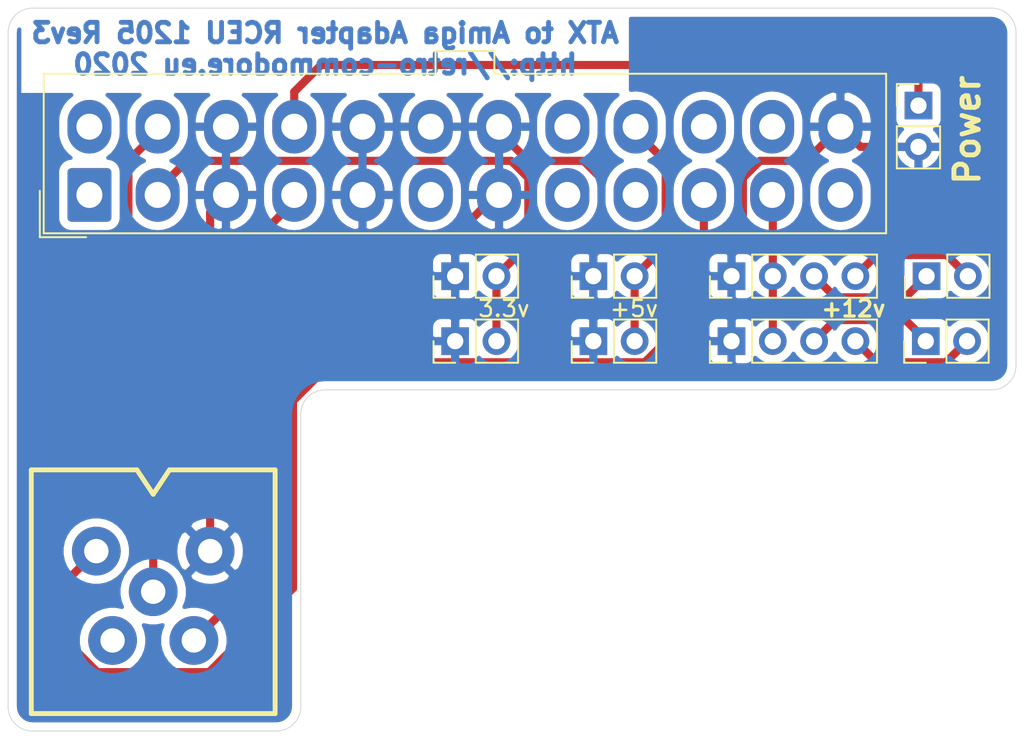
<source format=kicad_pcb>
(kicad_pcb (version 20171130) (host pcbnew "(5.1.5)-3")

  (general
    (thickness 1.6)
    (drawings 17)
    (tracks 88)
    (zones 0)
    (modules 11)
    (nets 15)
  )

  (page A4)
  (title_block
    (title "RCEU 1205 - ATX to Amiga power adapter")
    (date 2020-04-06)
    (rev 1)
    (comment 3 "by Tomse in 2020")
    (comment 4 "http://retro-commodore.eu 2020")
  )

  (layers
    (0 F.Cu signal)
    (31 B.Cu signal)
    (32 B.Adhes user)
    (33 F.Adhes user)
    (34 B.Paste user)
    (35 F.Paste user)
    (36 B.SilkS user)
    (37 F.SilkS user)
    (38 B.Mask user)
    (39 F.Mask user)
    (40 Dwgs.User user)
    (41 Cmts.User user)
    (42 Eco1.User user)
    (43 Eco2.User user)
    (44 Edge.Cuts user)
    (45 Margin user)
    (46 B.CrtYd user)
    (47 F.CrtYd user)
    (48 B.Fab user)
    (49 F.Fab user)
  )

  (setup
    (last_trace_width 0.5)
    (trace_clearance 0.2)
    (zone_clearance 0.508)
    (zone_45_only yes)
    (trace_min 0.2)
    (via_size 0.8)
    (via_drill 0.4)
    (via_min_size 0.4)
    (via_min_drill 0.3)
    (uvia_size 0.3)
    (uvia_drill 0.1)
    (uvias_allowed no)
    (uvia_min_size 0.2)
    (uvia_min_drill 0.1)
    (edge_width 0.05)
    (segment_width 0.2)
    (pcb_text_width 0.3)
    (pcb_text_size 1.5 1.5)
    (mod_edge_width 0.12)
    (mod_text_size 1 1)
    (mod_text_width 0.15)
    (pad_size 1.524 1.524)
    (pad_drill 0.762)
    (pad_to_mask_clearance 0.051)
    (solder_mask_min_width 0.25)
    (aux_axis_origin 0 0)
    (visible_elements 7FFFFFFF)
    (pcbplotparams
      (layerselection 0x010fc_ffffffff)
      (usegerberextensions false)
      (usegerberattributes false)
      (usegerberadvancedattributes false)
      (creategerberjobfile false)
      (excludeedgelayer true)
      (linewidth 0.100000)
      (plotframeref false)
      (viasonmask false)
      (mode 1)
      (useauxorigin false)
      (hpglpennumber 1)
      (hpglpenspeed 20)
      (hpglpendiameter 15.000000)
      (psnegative false)
      (psa4output false)
      (plotreference true)
      (plotvalue true)
      (plotinvisibletext false)
      (padsonsilk false)
      (subtractmaskfromsilk false)
      (outputformat 1)
      (mirror false)
      (drillshape 0)
      (scaleselection 1)
      (outputdirectory "RCEU1205-ATX-to-Amiga-Power/"))
  )

  (net 0 "")
  (net 1 "Net-(J1-Pad20)")
  (net 2 "Net-(J1-Pad9)")
  (net 3 "Net-(J1-Pad8)")
  (net 4 "Net-(J3-Pad3)")
  (net 5 GNDREF)
  (net 6 /+5v)
  (net 7 /PWRON)
  (net 8 /-12v)
  (net 9 /+12v)
  (net 10 /+3.3v)
  (net 11 "Net-(J4-Pad4)")
  (net 12 "Net-(J4-Pad3)")
  (net 13 "Net-(J5-Pad4)")
  (net 14 "Net-(J5-Pad3)")

  (net_class Default "This is the default net class."
    (clearance 0.2)
    (trace_width 0.5)
    (via_dia 0.8)
    (via_drill 0.4)
    (uvia_dia 0.3)
    (uvia_drill 0.1)
    (add_net /+12v)
    (add_net /+3.3v)
    (add_net /+5v)
    (add_net /-12v)
    (add_net /PWRON)
    (add_net GNDREF)
    (add_net "Net-(J1-Pad20)")
    (add_net "Net-(J1-Pad8)")
    (add_net "Net-(J1-Pad9)")
    (add_net "Net-(J3-Pad3)")
    (add_net "Net-(J4-Pad3)")
    (add_net "Net-(J4-Pad4)")
    (add_net "Net-(J5-Pad3)")
    (add_net "Net-(J5-Pad4)")
  )

  (net_class Signal ""
    (clearance 0.2)
    (trace_width 0.5)
    (via_dia 0.8)
    (via_drill 0.4)
    (uvia_dia 0.3)
    (uvia_drill 0.1)
  )

  (module amiga-conn:Molex_Mini-Fit_Jr_5566-24A_2x12_P4.20mm_Vertical (layer B.Cu) (tedit 5F710F6E) (tstamp 5F717C6F)
    (at 109 78.5)
    (descr "Molex Mini-Fit Jr. Power Connectors, old mpn/engineering number: 5566-24A, example for new mpn: 39-28-x24x, 12 Pins per row, Mounting:  (http://www.molex.com/pdm_docs/sd/039281043_sd.pdf), generated with kicad-footprint-generator")
    (tags "connector Molex Mini-Fit_Jr side entry")
    (path /5E8B3602)
    (fp_text reference J1 (at 23.1 3.45) (layer B.SilkS) hide
      (effects (font (size 1 1) (thickness 0.15)) (justify mirror))
    )
    (fp_text value ATX-24 (at 23.1 -9.95) (layer B.Fab)
      (effects (font (size 1 1) (thickness 0.15)) (justify mirror))
    )
    (fp_line (start -2.7 2.25) (end -2.7 -7.35) (layer B.Fab) (width 0.1))
    (fp_line (start -2.7 -7.35) (end 48.9 -7.35) (layer B.Fab) (width 0.1))
    (fp_line (start 48.9 -7.35) (end 48.9 2.25) (layer B.Fab) (width 0.1))
    (fp_line (start 48.9 2.25) (end -2.7 2.25) (layer B.Fab) (width 0.1))
    (fp_line (start 21.4 -7.35) (end 21.4 -8.75) (layer B.Fab) (width 0.1))
    (fp_line (start 21.4 -8.75) (end 24.8 -8.75) (layer B.Fab) (width 0.1))
    (fp_line (start 24.8 -8.75) (end 24.8 -7.35) (layer B.Fab) (width 0.1))
    (fp_line (start -1.65 1) (end -1.65 -2.3) (layer B.Fab) (width 0.1))
    (fp_line (start -1.65 -2.3) (end 1.65 -2.3) (layer B.Fab) (width 0.1))
    (fp_line (start 1.65 -2.3) (end 1.65 1) (layer B.Fab) (width 0.1))
    (fp_line (start 1.65 1) (end -1.65 1) (layer B.Fab) (width 0.1))
    (fp_line (start -1.65 -5.9) (end -1.65 -3.425) (layer B.Fab) (width 0.1))
    (fp_line (start -1.65 -3.425) (end -0.825 -2.6) (layer B.Fab) (width 0.1))
    (fp_line (start -0.825 -2.6) (end 0.825 -2.6) (layer B.Fab) (width 0.1))
    (fp_line (start 0.825 -2.6) (end 1.65 -3.425) (layer B.Fab) (width 0.1))
    (fp_line (start 1.65 -3.425) (end 1.65 -5.9) (layer B.Fab) (width 0.1))
    (fp_line (start 1.65 -5.9) (end -1.65 -5.9) (layer B.Fab) (width 0.1))
    (fp_line (start 2.55 -2.6) (end 2.55 -5.9) (layer B.Fab) (width 0.1))
    (fp_line (start 2.55 -5.9) (end 5.85 -5.9) (layer B.Fab) (width 0.1))
    (fp_line (start 5.85 -5.9) (end 5.85 -2.6) (layer B.Fab) (width 0.1))
    (fp_line (start 5.85 -2.6) (end 2.55 -2.6) (layer B.Fab) (width 0.1))
    (fp_line (start 2.55 -2.3) (end 2.55 0.175) (layer B.Fab) (width 0.1))
    (fp_line (start 2.55 0.175) (end 3.375 1) (layer B.Fab) (width 0.1))
    (fp_line (start 3.375 1) (end 5.025 1) (layer B.Fab) (width 0.1))
    (fp_line (start 5.025 1) (end 5.85 0.175) (layer B.Fab) (width 0.1))
    (fp_line (start 5.85 0.175) (end 5.85 -2.3) (layer B.Fab) (width 0.1))
    (fp_line (start 5.85 -2.3) (end 2.55 -2.3) (layer B.Fab) (width 0.1))
    (fp_line (start 6.75 -2.6) (end 6.75 -5.9) (layer B.Fab) (width 0.1))
    (fp_line (start 6.75 -5.9) (end 10.05 -5.9) (layer B.Fab) (width 0.1))
    (fp_line (start 10.05 -5.9) (end 10.05 -2.6) (layer B.Fab) (width 0.1))
    (fp_line (start 10.05 -2.6) (end 6.75 -2.6) (layer B.Fab) (width 0.1))
    (fp_line (start 6.75 -2.3) (end 6.75 0.175) (layer B.Fab) (width 0.1))
    (fp_line (start 6.75 0.175) (end 7.575 1) (layer B.Fab) (width 0.1))
    (fp_line (start 7.575 1) (end 9.225 1) (layer B.Fab) (width 0.1))
    (fp_line (start 9.225 1) (end 10.05 0.175) (layer B.Fab) (width 0.1))
    (fp_line (start 10.05 0.175) (end 10.05 -2.3) (layer B.Fab) (width 0.1))
    (fp_line (start 10.05 -2.3) (end 6.75 -2.3) (layer B.Fab) (width 0.1))
    (fp_line (start 10.95 1) (end 10.95 -2.3) (layer B.Fab) (width 0.1))
    (fp_line (start 10.95 -2.3) (end 14.25 -2.3) (layer B.Fab) (width 0.1))
    (fp_line (start 14.25 -2.3) (end 14.25 1) (layer B.Fab) (width 0.1))
    (fp_line (start 14.25 1) (end 10.95 1) (layer B.Fab) (width 0.1))
    (fp_line (start 10.95 -5.9) (end 10.95 -3.425) (layer B.Fab) (width 0.1))
    (fp_line (start 10.95 -3.425) (end 11.775 -2.6) (layer B.Fab) (width 0.1))
    (fp_line (start 11.775 -2.6) (end 13.425 -2.6) (layer B.Fab) (width 0.1))
    (fp_line (start 13.425 -2.6) (end 14.25 -3.425) (layer B.Fab) (width 0.1))
    (fp_line (start 14.25 -3.425) (end 14.25 -5.9) (layer B.Fab) (width 0.1))
    (fp_line (start 14.25 -5.9) (end 10.95 -5.9) (layer B.Fab) (width 0.1))
    (fp_line (start 15.15 1) (end 15.15 -2.3) (layer B.Fab) (width 0.1))
    (fp_line (start 15.15 -2.3) (end 18.45 -2.3) (layer B.Fab) (width 0.1))
    (fp_line (start 18.45 -2.3) (end 18.45 1) (layer B.Fab) (width 0.1))
    (fp_line (start 18.45 1) (end 15.15 1) (layer B.Fab) (width 0.1))
    (fp_line (start 15.15 -5.9) (end 15.15 -3.425) (layer B.Fab) (width 0.1))
    (fp_line (start 15.15 -3.425) (end 15.975 -2.6) (layer B.Fab) (width 0.1))
    (fp_line (start 15.975 -2.6) (end 17.625 -2.6) (layer B.Fab) (width 0.1))
    (fp_line (start 17.625 -2.6) (end 18.45 -3.425) (layer B.Fab) (width 0.1))
    (fp_line (start 18.45 -3.425) (end 18.45 -5.9) (layer B.Fab) (width 0.1))
    (fp_line (start 18.45 -5.9) (end 15.15 -5.9) (layer B.Fab) (width 0.1))
    (fp_line (start 19.35 -2.6) (end 19.35 -5.9) (layer B.Fab) (width 0.1))
    (fp_line (start 19.35 -5.9) (end 22.65 -5.9) (layer B.Fab) (width 0.1))
    (fp_line (start 22.65 -5.9) (end 22.65 -2.6) (layer B.Fab) (width 0.1))
    (fp_line (start 22.65 -2.6) (end 19.35 -2.6) (layer B.Fab) (width 0.1))
    (fp_line (start 19.35 -2.3) (end 19.35 0.175) (layer B.Fab) (width 0.1))
    (fp_line (start 19.35 0.175) (end 20.175 1) (layer B.Fab) (width 0.1))
    (fp_line (start 20.175 1) (end 21.825 1) (layer B.Fab) (width 0.1))
    (fp_line (start 21.825 1) (end 22.65 0.175) (layer B.Fab) (width 0.1))
    (fp_line (start 22.65 0.175) (end 22.65 -2.3) (layer B.Fab) (width 0.1))
    (fp_line (start 22.65 -2.3) (end 19.35 -2.3) (layer B.Fab) (width 0.1))
    (fp_line (start 23.55 -2.6) (end 23.55 -5.9) (layer B.Fab) (width 0.1))
    (fp_line (start 23.55 -5.9) (end 26.85 -5.9) (layer B.Fab) (width 0.1))
    (fp_line (start 26.85 -5.9) (end 26.85 -2.6) (layer B.Fab) (width 0.1))
    (fp_line (start 26.85 -2.6) (end 23.55 -2.6) (layer B.Fab) (width 0.1))
    (fp_line (start 23.55 -2.3) (end 23.55 0.175) (layer B.Fab) (width 0.1))
    (fp_line (start 23.55 0.175) (end 24.375 1) (layer B.Fab) (width 0.1))
    (fp_line (start 24.375 1) (end 26.025 1) (layer B.Fab) (width 0.1))
    (fp_line (start 26.025 1) (end 26.85 0.175) (layer B.Fab) (width 0.1))
    (fp_line (start 26.85 0.175) (end 26.85 -2.3) (layer B.Fab) (width 0.1))
    (fp_line (start 26.85 -2.3) (end 23.55 -2.3) (layer B.Fab) (width 0.1))
    (fp_line (start 27.75 1) (end 27.75 -2.3) (layer B.Fab) (width 0.1))
    (fp_line (start 27.75 -2.3) (end 31.05 -2.3) (layer B.Fab) (width 0.1))
    (fp_line (start 31.05 -2.3) (end 31.05 1) (layer B.Fab) (width 0.1))
    (fp_line (start 31.05 1) (end 27.75 1) (layer B.Fab) (width 0.1))
    (fp_line (start 27.75 -5.9) (end 27.75 -3.425) (layer B.Fab) (width 0.1))
    (fp_line (start 27.75 -3.425) (end 28.575 -2.6) (layer B.Fab) (width 0.1))
    (fp_line (start 28.575 -2.6) (end 30.225 -2.6) (layer B.Fab) (width 0.1))
    (fp_line (start 30.225 -2.6) (end 31.05 -3.425) (layer B.Fab) (width 0.1))
    (fp_line (start 31.05 -3.425) (end 31.05 -5.9) (layer B.Fab) (width 0.1))
    (fp_line (start 31.05 -5.9) (end 27.75 -5.9) (layer B.Fab) (width 0.1))
    (fp_line (start 31.95 1) (end 31.95 -2.3) (layer B.Fab) (width 0.1))
    (fp_line (start 31.95 -2.3) (end 35.25 -2.3) (layer B.Fab) (width 0.1))
    (fp_line (start 35.25 -2.3) (end 35.25 1) (layer B.Fab) (width 0.1))
    (fp_line (start 35.25 1) (end 31.95 1) (layer B.Fab) (width 0.1))
    (fp_line (start 31.95 -5.9) (end 31.95 -3.425) (layer B.Fab) (width 0.1))
    (fp_line (start 31.95 -3.425) (end 32.775 -2.6) (layer B.Fab) (width 0.1))
    (fp_line (start 32.775 -2.6) (end 34.425 -2.6) (layer B.Fab) (width 0.1))
    (fp_line (start 34.425 -2.6) (end 35.25 -3.425) (layer B.Fab) (width 0.1))
    (fp_line (start 35.25 -3.425) (end 35.25 -5.9) (layer B.Fab) (width 0.1))
    (fp_line (start 35.25 -5.9) (end 31.95 -5.9) (layer B.Fab) (width 0.1))
    (fp_line (start 36.15 -2.6) (end 36.15 -5.9) (layer B.Fab) (width 0.1))
    (fp_line (start 36.15 -5.9) (end 39.45 -5.9) (layer B.Fab) (width 0.1))
    (fp_line (start 39.45 -5.9) (end 39.45 -2.6) (layer B.Fab) (width 0.1))
    (fp_line (start 39.45 -2.6) (end 36.15 -2.6) (layer B.Fab) (width 0.1))
    (fp_line (start 36.15 -2.3) (end 36.15 0.175) (layer B.Fab) (width 0.1))
    (fp_line (start 36.15 0.175) (end 36.975 1) (layer B.Fab) (width 0.1))
    (fp_line (start 36.975 1) (end 38.625 1) (layer B.Fab) (width 0.1))
    (fp_line (start 38.625 1) (end 39.45 0.175) (layer B.Fab) (width 0.1))
    (fp_line (start 39.45 0.175) (end 39.45 -2.3) (layer B.Fab) (width 0.1))
    (fp_line (start 39.45 -2.3) (end 36.15 -2.3) (layer B.Fab) (width 0.1))
    (fp_line (start 40.35 -2.6) (end 40.35 -5.9) (layer B.Fab) (width 0.1))
    (fp_line (start 40.35 -5.9) (end 43.65 -5.9) (layer B.Fab) (width 0.1))
    (fp_line (start 43.65 -5.9) (end 43.65 -2.6) (layer B.Fab) (width 0.1))
    (fp_line (start 43.65 -2.6) (end 40.35 -2.6) (layer B.Fab) (width 0.1))
    (fp_line (start 40.35 -2.3) (end 40.35 0.175) (layer B.Fab) (width 0.1))
    (fp_line (start 40.35 0.175) (end 41.175 1) (layer B.Fab) (width 0.1))
    (fp_line (start 41.175 1) (end 42.825 1) (layer B.Fab) (width 0.1))
    (fp_line (start 42.825 1) (end 43.65 0.175) (layer B.Fab) (width 0.1))
    (fp_line (start 43.65 0.175) (end 43.65 -2.3) (layer B.Fab) (width 0.1))
    (fp_line (start 43.65 -2.3) (end 40.35 -2.3) (layer B.Fab) (width 0.1))
    (fp_line (start 44.55 1) (end 44.55 -2.3) (layer B.Fab) (width 0.1))
    (fp_line (start 44.55 -2.3) (end 47.85 -2.3) (layer B.Fab) (width 0.1))
    (fp_line (start 47.85 -2.3) (end 47.85 1) (layer B.Fab) (width 0.1))
    (fp_line (start 47.85 1) (end 44.55 1) (layer B.Fab) (width 0.1))
    (fp_line (start 44.55 -5.9) (end 44.55 -3.425) (layer B.Fab) (width 0.1))
    (fp_line (start 44.55 -3.425) (end 45.375 -2.6) (layer B.Fab) (width 0.1))
    (fp_line (start 45.375 -2.6) (end 47.025 -2.6) (layer B.Fab) (width 0.1))
    (fp_line (start 47.025 -2.6) (end 47.85 -3.425) (layer B.Fab) (width 0.1))
    (fp_line (start 47.85 -3.425) (end 47.85 -5.9) (layer B.Fab) (width 0.1))
    (fp_line (start 47.85 -5.9) (end 44.55 -5.9) (layer B.Fab) (width 0.1))
    (fp_line (start 23.1 2.36) (end -2.81 2.36) (layer F.SilkS) (width 0.12))
    (fp_line (start -2.81 2.36) (end -2.81 -7.46) (layer F.SilkS) (width 0.12))
    (fp_line (start -2.81 -7.46) (end 21.29 -7.46) (layer F.SilkS) (width 0.12))
    (fp_line (start 21.29 -7.46) (end 21.29 -8.86) (layer F.SilkS) (width 0.12))
    (fp_line (start 21.29 -8.86) (end 23.1 -8.86) (layer F.SilkS) (width 0.12))
    (fp_line (start 23.1 2.36) (end 49.01 2.36) (layer F.SilkS) (width 0.12))
    (fp_line (start 49.01 2.36) (end 49.01 -7.46) (layer F.SilkS) (width 0.12))
    (fp_line (start 49.01 -7.46) (end 24.91 -7.46) (layer F.SilkS) (width 0.12))
    (fp_line (start 24.91 -7.46) (end 24.91 -8.86) (layer F.SilkS) (width 0.12))
    (fp_line (start 24.91 -8.86) (end 23.1 -8.86) (layer F.SilkS) (width 0.12))
    (fp_line (start -0.2 2.6) (end -3.05 2.6) (layer F.SilkS) (width 0.12))
    (fp_line (start -3.05 2.6) (end -3.05 -0.25) (layer F.SilkS) (width 0.12))
    (fp_line (start -0.2 2.6) (end -3.05 2.6) (layer B.Fab) (width 0.1))
    (fp_line (start -3.05 2.6) (end -3.05 -0.25) (layer B.Fab) (width 0.1))
    (fp_line (start -3.2 2.75) (end -3.2 -9.25) (layer B.CrtYd) (width 0.05))
    (fp_line (start -3.2 -9.25) (end 49.4 -9.25) (layer B.CrtYd) (width 0.05))
    (fp_line (start 49.4 -9.25) (end 49.4 2.75) (layer B.CrtYd) (width 0.05))
    (fp_line (start 49.4 2.75) (end -3.2 2.75) (layer B.CrtYd) (width 0.05))
    (fp_text user %R (at 23.1 1.55) (layer B.Fab)
      (effects (font (size 1 1) (thickness 0.15)) (justify mirror))
    )
    (pad 1 thru_hole roundrect (at 0 0) (size 2.7 3.3) (drill 1.6) (layers *.Cu *.Mask) (roundrect_rratio 0.09300000000000001)
      (net 10 /+3.3v))
    (pad 2 thru_hole oval (at 4.2 0) (size 2.7 3.3) (drill 1.6) (layers *.Cu *.Mask)
      (net 10 /+3.3v))
    (pad 3 thru_hole oval (at 8.4 0) (size 2.7 3.3) (drill 1.6) (layers *.Cu *.Mask)
      (net 5 GNDREF))
    (pad 4 thru_hole oval (at 12.6 0) (size 2.7 3.3) (drill 1.6) (layers *.Cu *.Mask)
      (net 6 /+5v))
    (pad 5 thru_hole oval (at 16.8 0) (size 2.7 3.3) (drill 1.6) (layers *.Cu *.Mask)
      (net 5 GNDREF))
    (pad 6 thru_hole oval (at 21 0) (size 2.7 3.3) (drill 1.6) (layers *.Cu *.Mask)
      (net 6 /+5v))
    (pad 7 thru_hole oval (at 25.2 0) (size 2.7 3.3) (drill 1.6) (layers *.Cu *.Mask)
      (net 5 GNDREF))
    (pad 8 thru_hole oval (at 29.4 0) (size 2.7 3.3) (drill 1.6) (layers *.Cu *.Mask)
      (net 3 "Net-(J1-Pad8)"))
    (pad 9 thru_hole oval (at 33.6 0) (size 2.7 3.3) (drill 1.6) (layers *.Cu *.Mask)
      (net 2 "Net-(J1-Pad9)"))
    (pad 10 thru_hole oval (at 37.8 0) (size 2.7 3.3) (drill 1.6) (layers *.Cu *.Mask)
      (net 9 /+12v))
    (pad 11 thru_hole oval (at 42 0) (size 2.7 3.3) (drill 1.6) (layers *.Cu *.Mask)
      (net 9 /+12v))
    (pad 12 thru_hole oval (at 46.2 0) (size 2.7 3.3) (drill 1.6) (layers *.Cu *.Mask)
      (net 10 /+3.3v))
    (pad 13 thru_hole oval (at 0 -4.2) (size 2.7 3.3) (drill 1.6) (layers *.Cu *.Mask)
      (net 10 /+3.3v))
    (pad 14 thru_hole oval (at 4.2 -4.2) (size 2.7 3.3) (drill 1.6) (layers *.Cu *.Mask)
      (net 8 /-12v))
    (pad 15 thru_hole oval (at 8.4 -4.2) (size 2.7 3.3) (drill 1.6) (layers *.Cu *.Mask)
      (net 5 GNDREF))
    (pad 16 thru_hole oval (at 12.6 -4.2) (size 2.7 3.3) (drill 1.6) (layers *.Cu *.Mask)
      (net 7 /PWRON))
    (pad 17 thru_hole oval (at 16.8 -4.2) (size 2.7 3.3) (drill 1.6) (layers *.Cu *.Mask)
      (net 5 GNDREF))
    (pad 18 thru_hole oval (at 21 -4.2) (size 2.7 3.3) (drill 1.6) (layers *.Cu *.Mask)
      (net 5 GNDREF))
    (pad 19 thru_hole oval (at 25.2 -4.2) (size 2.7 3.3) (drill 1.6) (layers *.Cu *.Mask)
      (net 5 GNDREF))
    (pad 20 thru_hole oval (at 29.4 -4.2) (size 2.7 3.3) (drill 1.6) (layers *.Cu *.Mask)
      (net 1 "Net-(J1-Pad20)"))
    (pad 21 thru_hole oval (at 33.6 -4.2) (size 2.7 3.3) (drill 1.6) (layers *.Cu *.Mask)
      (net 6 /+5v))
    (pad 22 thru_hole oval (at 37.8 -4.2) (size 2.7 3.3) (drill 1.6) (layers *.Cu *.Mask)
      (net 6 /+5v))
    (pad 23 thru_hole oval (at 42 -4.2) (size 2.7 3.3) (drill 1.6) (layers *.Cu *.Mask)
      (net 6 /+5v))
    (pad 24 thru_hole oval (at 46.2 -4.2) (size 2.7 3.3) (drill 1.6) (layers *.Cu *.Mask)
      (net 5 GNDREF))
    (model ${KISYS3DMOD}/Connector_Molex.3dshapes/Molex_Mini-Fit_Jr_5566-24A_2x12_P4.20mm_Vertical.wrl
      (at (xyz 0 0 0))
      (scale (xyz 1 1 1))
      (rotate (xyz 0 0 0))
    )
  )

  (module Connector_PinHeader_2.54mm:PinHeader_1x02_P2.54mm_Vertical (layer F.Cu) (tedit 59FED5CC) (tstamp 5E8B9B32)
    (at 160 73)
    (descr "Through hole straight pin header, 1x02, 2.54mm pitch, single row")
    (tags "Through hole pin header THT 1x02 2.54mm single row")
    (path /5E8B8529)
    (fp_text reference J2 (at 0 -2.33) (layer F.SilkS) hide
      (effects (font (size 1 1) (thickness 0.15)))
    )
    (fp_text value Conn_01x02 (at 0 4.87) (layer F.Fab)
      (effects (font (size 1 1) (thickness 0.15)))
    )
    (fp_text user %R (at 0 1.27 90) (layer F.Fab)
      (effects (font (size 1 1) (thickness 0.15)))
    )
    (fp_line (start 1.8 -1.8) (end -1.8 -1.8) (layer F.CrtYd) (width 0.05))
    (fp_line (start 1.8 4.35) (end 1.8 -1.8) (layer F.CrtYd) (width 0.05))
    (fp_line (start -1.8 4.35) (end 1.8 4.35) (layer F.CrtYd) (width 0.05))
    (fp_line (start -1.8 -1.8) (end -1.8 4.35) (layer F.CrtYd) (width 0.05))
    (fp_line (start -1.33 -1.33) (end 0 -1.33) (layer F.SilkS) (width 0.12))
    (fp_line (start -1.33 0) (end -1.33 -1.33) (layer F.SilkS) (width 0.12))
    (fp_line (start -1.33 1.27) (end 1.33 1.27) (layer F.SilkS) (width 0.12))
    (fp_line (start 1.33 1.27) (end 1.33 3.87) (layer F.SilkS) (width 0.12))
    (fp_line (start -1.33 1.27) (end -1.33 3.87) (layer F.SilkS) (width 0.12))
    (fp_line (start -1.33 3.87) (end 1.33 3.87) (layer F.SilkS) (width 0.12))
    (fp_line (start -1.27 -0.635) (end -0.635 -1.27) (layer F.Fab) (width 0.1))
    (fp_line (start -1.27 3.81) (end -1.27 -0.635) (layer F.Fab) (width 0.1))
    (fp_line (start 1.27 3.81) (end -1.27 3.81) (layer F.Fab) (width 0.1))
    (fp_line (start 1.27 -1.27) (end 1.27 3.81) (layer F.Fab) (width 0.1))
    (fp_line (start -0.635 -1.27) (end 1.27 -1.27) (layer F.Fab) (width 0.1))
    (pad 2 thru_hole oval (at 0 2.54) (size 1.7 1.7) (drill 1) (layers *.Cu *.Mask)
      (net 5 GNDREF))
    (pad 1 thru_hole rect (at 0 0) (size 1.7 1.7) (drill 1) (layers *.Cu *.Mask)
      (net 7 /PWRON))
    (model ${KISYS3DMOD}/Connector_PinHeader_2.54mm.3dshapes/PinHeader_1x02_P2.54mm_Vertical.wrl
      (at (xyz 0 0 0))
      (scale (xyz 1 1 1))
      (rotate (xyz 0 0 0))
    )
  )

  (module Connector_PinHeader_2.54mm:PinHeader_1x02_P2.54mm_Vertical (layer F.Cu) (tedit 59FED5CC) (tstamp 5E8BAC66)
    (at 131.5 83.5 90)
    (descr "Through hole straight pin header, 1x02, 2.54mm pitch, single row")
    (tags "Through hole pin header THT 1x02 2.54mm single row")
    (path /5E8C433A)
    (fp_text reference J11 (at 0 -2.33 90) (layer F.SilkS) hide
      (effects (font (size 1 1) (thickness 0.15)))
    )
    (fp_text value Conn_01x02 (at 0 4.87 90) (layer F.Fab)
      (effects (font (size 1 1) (thickness 0.15)))
    )
    (fp_text user %R (at 0 1.27) (layer F.Fab)
      (effects (font (size 1 1) (thickness 0.15)))
    )
    (fp_line (start 1.8 -1.8) (end -1.8 -1.8) (layer F.CrtYd) (width 0.05))
    (fp_line (start 1.8 4.35) (end 1.8 -1.8) (layer F.CrtYd) (width 0.05))
    (fp_line (start -1.8 4.35) (end 1.8 4.35) (layer F.CrtYd) (width 0.05))
    (fp_line (start -1.8 -1.8) (end -1.8 4.35) (layer F.CrtYd) (width 0.05))
    (fp_line (start -1.33 -1.33) (end 0 -1.33) (layer F.SilkS) (width 0.12))
    (fp_line (start -1.33 0) (end -1.33 -1.33) (layer F.SilkS) (width 0.12))
    (fp_line (start -1.33 1.27) (end 1.33 1.27) (layer F.SilkS) (width 0.12))
    (fp_line (start 1.33 1.27) (end 1.33 3.87) (layer F.SilkS) (width 0.12))
    (fp_line (start -1.33 1.27) (end -1.33 3.87) (layer F.SilkS) (width 0.12))
    (fp_line (start -1.33 3.87) (end 1.33 3.87) (layer F.SilkS) (width 0.12))
    (fp_line (start -1.27 -0.635) (end -0.635 -1.27) (layer F.Fab) (width 0.1))
    (fp_line (start -1.27 3.81) (end -1.27 -0.635) (layer F.Fab) (width 0.1))
    (fp_line (start 1.27 3.81) (end -1.27 3.81) (layer F.Fab) (width 0.1))
    (fp_line (start 1.27 -1.27) (end 1.27 3.81) (layer F.Fab) (width 0.1))
    (fp_line (start -0.635 -1.27) (end 1.27 -1.27) (layer F.Fab) (width 0.1))
    (pad 2 thru_hole oval (at 0 2.54 90) (size 1.7 1.7) (drill 1) (layers *.Cu *.Mask)
      (net 10 /+3.3v))
    (pad 1 thru_hole rect (at 0 0 90) (size 1.7 1.7) (drill 1) (layers *.Cu *.Mask)
      (net 5 GNDREF))
    (model ${KISYS3DMOD}/Connector_PinHeader_2.54mm.3dshapes/PinHeader_1x02_P2.54mm_Vertical.wrl
      (at (xyz 0 0 0))
      (scale (xyz 1 1 1))
      (rotate (xyz 0 0 0))
    )
  )

  (module Connector_PinHeader_2.54mm:PinHeader_1x02_P2.54mm_Vertical (layer F.Cu) (tedit 59FED5CC) (tstamp 5E8BAC50)
    (at 131.5 87.5 90)
    (descr "Through hole straight pin header, 1x02, 2.54mm pitch, single row")
    (tags "Through hole pin header THT 1x02 2.54mm single row")
    (path /5E8C3E9D)
    (fp_text reference J10 (at 0 -2.33 90) (layer F.SilkS) hide
      (effects (font (size 1 1) (thickness 0.15)))
    )
    (fp_text value Conn_01x02 (at 0 4.87 90) (layer F.Fab)
      (effects (font (size 1 1) (thickness 0.15)))
    )
    (fp_text user %R (at 0 1.27) (layer F.Fab)
      (effects (font (size 1 1) (thickness 0.15)))
    )
    (fp_line (start 1.8 -1.8) (end -1.8 -1.8) (layer F.CrtYd) (width 0.05))
    (fp_line (start 1.8 4.35) (end 1.8 -1.8) (layer F.CrtYd) (width 0.05))
    (fp_line (start -1.8 4.35) (end 1.8 4.35) (layer F.CrtYd) (width 0.05))
    (fp_line (start -1.8 -1.8) (end -1.8 4.35) (layer F.CrtYd) (width 0.05))
    (fp_line (start -1.33 -1.33) (end 0 -1.33) (layer F.SilkS) (width 0.12))
    (fp_line (start -1.33 0) (end -1.33 -1.33) (layer F.SilkS) (width 0.12))
    (fp_line (start -1.33 1.27) (end 1.33 1.27) (layer F.SilkS) (width 0.12))
    (fp_line (start 1.33 1.27) (end 1.33 3.87) (layer F.SilkS) (width 0.12))
    (fp_line (start -1.33 1.27) (end -1.33 3.87) (layer F.SilkS) (width 0.12))
    (fp_line (start -1.33 3.87) (end 1.33 3.87) (layer F.SilkS) (width 0.12))
    (fp_line (start -1.27 -0.635) (end -0.635 -1.27) (layer F.Fab) (width 0.1))
    (fp_line (start -1.27 3.81) (end -1.27 -0.635) (layer F.Fab) (width 0.1))
    (fp_line (start 1.27 3.81) (end -1.27 3.81) (layer F.Fab) (width 0.1))
    (fp_line (start 1.27 -1.27) (end 1.27 3.81) (layer F.Fab) (width 0.1))
    (fp_line (start -0.635 -1.27) (end 1.27 -1.27) (layer F.Fab) (width 0.1))
    (pad 2 thru_hole oval (at 0 2.54 90) (size 1.7 1.7) (drill 1) (layers *.Cu *.Mask)
      (net 10 /+3.3v))
    (pad 1 thru_hole rect (at 0 0 90) (size 1.7 1.7) (drill 1) (layers *.Cu *.Mask)
      (net 5 GNDREF))
    (model ${KISYS3DMOD}/Connector_PinHeader_2.54mm.3dshapes/PinHeader_1x02_P2.54mm_Vertical.wrl
      (at (xyz 0 0 0))
      (scale (xyz 1 1 1))
      (rotate (xyz 0 0 0))
    )
  )

  (module Connector_PinHeader_2.54mm:PinHeader_1x02_P2.54mm_Vertical (layer F.Cu) (tedit 59FED5CC) (tstamp 5E8BAC3A)
    (at 140 87.5 90)
    (descr "Through hole straight pin header, 1x02, 2.54mm pitch, single row")
    (tags "Through hole pin header THT 1x02 2.54mm single row")
    (path /5E8C3893)
    (fp_text reference J9 (at 0 -2.33 90) (layer F.SilkS) hide
      (effects (font (size 1 1) (thickness 0.15)))
    )
    (fp_text value Conn_01x02 (at 0 4.87 90) (layer F.Fab)
      (effects (font (size 1 1) (thickness 0.15)))
    )
    (fp_text user %R (at 0 1.27) (layer F.Fab)
      (effects (font (size 1 1) (thickness 0.15)))
    )
    (fp_line (start 1.8 -1.8) (end -1.8 -1.8) (layer F.CrtYd) (width 0.05))
    (fp_line (start 1.8 4.35) (end 1.8 -1.8) (layer F.CrtYd) (width 0.05))
    (fp_line (start -1.8 4.35) (end 1.8 4.35) (layer F.CrtYd) (width 0.05))
    (fp_line (start -1.8 -1.8) (end -1.8 4.35) (layer F.CrtYd) (width 0.05))
    (fp_line (start -1.33 -1.33) (end 0 -1.33) (layer F.SilkS) (width 0.12))
    (fp_line (start -1.33 0) (end -1.33 -1.33) (layer F.SilkS) (width 0.12))
    (fp_line (start -1.33 1.27) (end 1.33 1.27) (layer F.SilkS) (width 0.12))
    (fp_line (start 1.33 1.27) (end 1.33 3.87) (layer F.SilkS) (width 0.12))
    (fp_line (start -1.33 1.27) (end -1.33 3.87) (layer F.SilkS) (width 0.12))
    (fp_line (start -1.33 3.87) (end 1.33 3.87) (layer F.SilkS) (width 0.12))
    (fp_line (start -1.27 -0.635) (end -0.635 -1.27) (layer F.Fab) (width 0.1))
    (fp_line (start -1.27 3.81) (end -1.27 -0.635) (layer F.Fab) (width 0.1))
    (fp_line (start 1.27 3.81) (end -1.27 3.81) (layer F.Fab) (width 0.1))
    (fp_line (start 1.27 -1.27) (end 1.27 3.81) (layer F.Fab) (width 0.1))
    (fp_line (start -0.635 -1.27) (end 1.27 -1.27) (layer F.Fab) (width 0.1))
    (pad 2 thru_hole oval (at 0 2.54 90) (size 1.7 1.7) (drill 1) (layers *.Cu *.Mask)
      (net 6 /+5v))
    (pad 1 thru_hole rect (at 0 0 90) (size 1.7 1.7) (drill 1) (layers *.Cu *.Mask)
      (net 5 GNDREF))
    (model ${KISYS3DMOD}/Connector_PinHeader_2.54mm.3dshapes/PinHeader_1x02_P2.54mm_Vertical.wrl
      (at (xyz 0 0 0))
      (scale (xyz 1 1 1))
      (rotate (xyz 0 0 0))
    )
  )

  (module Connector_PinHeader_2.54mm:PinHeader_1x02_P2.54mm_Vertical (layer F.Cu) (tedit 59FED5CC) (tstamp 5E8BAC24)
    (at 140 83.5 90)
    (descr "Through hole straight pin header, 1x02, 2.54mm pitch, single row")
    (tags "Through hole pin header THT 1x02 2.54mm single row")
    (path /5E8C2834)
    (fp_text reference J8 (at 0 -2.33 90) (layer F.SilkS) hide
      (effects (font (size 1 1) (thickness 0.15)))
    )
    (fp_text value Conn_01x02 (at 0 4.87 90) (layer F.Fab)
      (effects (font (size 1 1) (thickness 0.15)))
    )
    (fp_text user %R (at 0 1.27) (layer F.Fab)
      (effects (font (size 1 1) (thickness 0.15)))
    )
    (fp_line (start 1.8 -1.8) (end -1.8 -1.8) (layer F.CrtYd) (width 0.05))
    (fp_line (start 1.8 4.35) (end 1.8 -1.8) (layer F.CrtYd) (width 0.05))
    (fp_line (start -1.8 4.35) (end 1.8 4.35) (layer F.CrtYd) (width 0.05))
    (fp_line (start -1.8 -1.8) (end -1.8 4.35) (layer F.CrtYd) (width 0.05))
    (fp_line (start -1.33 -1.33) (end 0 -1.33) (layer F.SilkS) (width 0.12))
    (fp_line (start -1.33 0) (end -1.33 -1.33) (layer F.SilkS) (width 0.12))
    (fp_line (start -1.33 1.27) (end 1.33 1.27) (layer F.SilkS) (width 0.12))
    (fp_line (start 1.33 1.27) (end 1.33 3.87) (layer F.SilkS) (width 0.12))
    (fp_line (start -1.33 1.27) (end -1.33 3.87) (layer F.SilkS) (width 0.12))
    (fp_line (start -1.33 3.87) (end 1.33 3.87) (layer F.SilkS) (width 0.12))
    (fp_line (start -1.27 -0.635) (end -0.635 -1.27) (layer F.Fab) (width 0.1))
    (fp_line (start -1.27 3.81) (end -1.27 -0.635) (layer F.Fab) (width 0.1))
    (fp_line (start 1.27 3.81) (end -1.27 3.81) (layer F.Fab) (width 0.1))
    (fp_line (start 1.27 -1.27) (end 1.27 3.81) (layer F.Fab) (width 0.1))
    (fp_line (start -0.635 -1.27) (end 1.27 -1.27) (layer F.Fab) (width 0.1))
    (pad 2 thru_hole oval (at 0 2.54 90) (size 1.7 1.7) (drill 1) (layers *.Cu *.Mask)
      (net 6 /+5v))
    (pad 1 thru_hole rect (at 0 0 90) (size 1.7 1.7) (drill 1) (layers *.Cu *.Mask)
      (net 5 GNDREF))
    (model ${KISYS3DMOD}/Connector_PinHeader_2.54mm.3dshapes/PinHeader_1x02_P2.54mm_Vertical.wrl
      (at (xyz 0 0 0))
      (scale (xyz 1 1 1))
      (rotate (xyz 0 0 0))
    )
  )

  (module Connector_PinHeader_2.54mm:PinHeader_1x02_P2.54mm_Vertical (layer F.Cu) (tedit 59FED5CC) (tstamp 5E8BADE2)
    (at 160.45 87.5 90)
    (descr "Through hole straight pin header, 1x02, 2.54mm pitch, single row")
    (tags "Through hole pin header THT 1x02 2.54mm single row")
    (path /5E8DF026)
    (fp_text reference J7 (at 0 -2.33 90) (layer F.SilkS) hide
      (effects (font (size 1 1) (thickness 0.15)))
    )
    (fp_text value Conn_01x02 (at 0 4.87 90) (layer F.Fab)
      (effects (font (size 1 1) (thickness 0.15)))
    )
    (fp_text user %R (at 0 1.27) (layer F.Fab)
      (effects (font (size 1 1) (thickness 0.15)))
    )
    (fp_line (start 1.8 -1.8) (end -1.8 -1.8) (layer F.CrtYd) (width 0.05))
    (fp_line (start 1.8 4.35) (end 1.8 -1.8) (layer F.CrtYd) (width 0.05))
    (fp_line (start -1.8 4.35) (end 1.8 4.35) (layer F.CrtYd) (width 0.05))
    (fp_line (start -1.8 -1.8) (end -1.8 4.35) (layer F.CrtYd) (width 0.05))
    (fp_line (start -1.33 -1.33) (end 0 -1.33) (layer F.SilkS) (width 0.12))
    (fp_line (start -1.33 0) (end -1.33 -1.33) (layer F.SilkS) (width 0.12))
    (fp_line (start -1.33 1.27) (end 1.33 1.27) (layer F.SilkS) (width 0.12))
    (fp_line (start 1.33 1.27) (end 1.33 3.87) (layer F.SilkS) (width 0.12))
    (fp_line (start -1.33 1.27) (end -1.33 3.87) (layer F.SilkS) (width 0.12))
    (fp_line (start -1.33 3.87) (end 1.33 3.87) (layer F.SilkS) (width 0.12))
    (fp_line (start -1.27 -0.635) (end -0.635 -1.27) (layer F.Fab) (width 0.1))
    (fp_line (start -1.27 3.81) (end -1.27 -0.635) (layer F.Fab) (width 0.1))
    (fp_line (start 1.27 3.81) (end -1.27 3.81) (layer F.Fab) (width 0.1))
    (fp_line (start 1.27 -1.27) (end 1.27 3.81) (layer F.Fab) (width 0.1))
    (fp_line (start -0.635 -1.27) (end 1.27 -1.27) (layer F.Fab) (width 0.1))
    (pad 2 thru_hole oval (at 0 2.54 90) (size 1.7 1.7) (drill 1) (layers *.Cu *.Mask)
      (net 13 "Net-(J5-Pad4)"))
    (pad 1 thru_hole rect (at 0 0 90) (size 1.7 1.7) (drill 1) (layers *.Cu *.Mask)
      (net 14 "Net-(J5-Pad3)"))
    (model ${KISYS3DMOD}/Connector_PinHeader_2.54mm.3dshapes/PinHeader_1x02_P2.54mm_Vertical.wrl
      (at (xyz 0 0 0))
      (scale (xyz 1 1 1))
      (rotate (xyz 0 0 0))
    )
  )

  (module Connector_PinHeader_2.54mm:PinHeader_1x02_P2.54mm_Vertical (layer F.Cu) (tedit 59FED5CC) (tstamp 5E8BABF8)
    (at 160.5 83.5 90)
    (descr "Through hole straight pin header, 1x02, 2.54mm pitch, single row")
    (tags "Through hole pin header THT 1x02 2.54mm single row")
    (path /5E8DE1D6)
    (fp_text reference J6 (at 0 -2.33 90) (layer F.SilkS) hide
      (effects (font (size 1 1) (thickness 0.15)))
    )
    (fp_text value Conn_01x02 (at 0 4.87 90) (layer F.Fab)
      (effects (font (size 1 1) (thickness 0.15)))
    )
    (fp_text user %R (at 0 1.27) (layer F.Fab)
      (effects (font (size 1 1) (thickness 0.15)))
    )
    (fp_line (start 1.8 -1.8) (end -1.8 -1.8) (layer F.CrtYd) (width 0.05))
    (fp_line (start 1.8 4.35) (end 1.8 -1.8) (layer F.CrtYd) (width 0.05))
    (fp_line (start -1.8 4.35) (end 1.8 4.35) (layer F.CrtYd) (width 0.05))
    (fp_line (start -1.8 -1.8) (end -1.8 4.35) (layer F.CrtYd) (width 0.05))
    (fp_line (start -1.33 -1.33) (end 0 -1.33) (layer F.SilkS) (width 0.12))
    (fp_line (start -1.33 0) (end -1.33 -1.33) (layer F.SilkS) (width 0.12))
    (fp_line (start -1.33 1.27) (end 1.33 1.27) (layer F.SilkS) (width 0.12))
    (fp_line (start 1.33 1.27) (end 1.33 3.87) (layer F.SilkS) (width 0.12))
    (fp_line (start -1.33 1.27) (end -1.33 3.87) (layer F.SilkS) (width 0.12))
    (fp_line (start -1.33 3.87) (end 1.33 3.87) (layer F.SilkS) (width 0.12))
    (fp_line (start -1.27 -0.635) (end -0.635 -1.27) (layer F.Fab) (width 0.1))
    (fp_line (start -1.27 3.81) (end -1.27 -0.635) (layer F.Fab) (width 0.1))
    (fp_line (start 1.27 3.81) (end -1.27 3.81) (layer F.Fab) (width 0.1))
    (fp_line (start 1.27 -1.27) (end 1.27 3.81) (layer F.Fab) (width 0.1))
    (fp_line (start -0.635 -1.27) (end 1.27 -1.27) (layer F.Fab) (width 0.1))
    (pad 2 thru_hole oval (at 0 2.54 90) (size 1.7 1.7) (drill 1) (layers *.Cu *.Mask)
      (net 11 "Net-(J4-Pad4)"))
    (pad 1 thru_hole rect (at 0 0 90) (size 1.7 1.7) (drill 1) (layers *.Cu *.Mask)
      (net 12 "Net-(J4-Pad3)"))
    (model ${KISYS3DMOD}/Connector_PinHeader_2.54mm.3dshapes/PinHeader_1x02_P2.54mm_Vertical.wrl
      (at (xyz 0 0 0))
      (scale (xyz 1 1 1))
      (rotate (xyz 0 0 0))
    )
  )

  (module Connector_PinHeader_2.54mm:PinHeader_1x04_P2.54mm_Vertical (layer F.Cu) (tedit 59FED5CC) (tstamp 5E8BABE2)
    (at 148.5 87.5 90)
    (descr "Through hole straight pin header, 1x04, 2.54mm pitch, single row")
    (tags "Through hole pin header THT 1x04 2.54mm single row")
    (path /5E8D7FD4)
    (fp_text reference J5 (at 0 -2.33 90) (layer F.SilkS) hide
      (effects (font (size 1 1) (thickness 0.15)))
    )
    (fp_text value Conn_01x04 (at 0 9.95 90) (layer F.Fab)
      (effects (font (size 1 1) (thickness 0.15)))
    )
    (fp_text user %R (at 0 3.81) (layer F.Fab)
      (effects (font (size 1 1) (thickness 0.15)))
    )
    (fp_line (start 1.8 -1.8) (end -1.8 -1.8) (layer F.CrtYd) (width 0.05))
    (fp_line (start 1.8 9.4) (end 1.8 -1.8) (layer F.CrtYd) (width 0.05))
    (fp_line (start -1.8 9.4) (end 1.8 9.4) (layer F.CrtYd) (width 0.05))
    (fp_line (start -1.8 -1.8) (end -1.8 9.4) (layer F.CrtYd) (width 0.05))
    (fp_line (start -1.33 -1.33) (end 0 -1.33) (layer F.SilkS) (width 0.12))
    (fp_line (start -1.33 0) (end -1.33 -1.33) (layer F.SilkS) (width 0.12))
    (fp_line (start -1.33 1.27) (end 1.33 1.27) (layer F.SilkS) (width 0.12))
    (fp_line (start 1.33 1.27) (end 1.33 8.95) (layer F.SilkS) (width 0.12))
    (fp_line (start -1.33 1.27) (end -1.33 8.95) (layer F.SilkS) (width 0.12))
    (fp_line (start -1.33 8.95) (end 1.33 8.95) (layer F.SilkS) (width 0.12))
    (fp_line (start -1.27 -0.635) (end -0.635 -1.27) (layer F.Fab) (width 0.1))
    (fp_line (start -1.27 8.89) (end -1.27 -0.635) (layer F.Fab) (width 0.1))
    (fp_line (start 1.27 8.89) (end -1.27 8.89) (layer F.Fab) (width 0.1))
    (fp_line (start 1.27 -1.27) (end 1.27 8.89) (layer F.Fab) (width 0.1))
    (fp_line (start -0.635 -1.27) (end 1.27 -1.27) (layer F.Fab) (width 0.1))
    (pad 4 thru_hole oval (at 0 7.62 90) (size 1.7 1.7) (drill 1) (layers *.Cu *.Mask)
      (net 13 "Net-(J5-Pad4)"))
    (pad 3 thru_hole oval (at 0 5.08 90) (size 1.7 1.7) (drill 1) (layers *.Cu *.Mask)
      (net 14 "Net-(J5-Pad3)"))
    (pad 2 thru_hole oval (at 0 2.54 90) (size 1.7 1.7) (drill 1) (layers *.Cu *.Mask)
      (net 9 /+12v))
    (pad 1 thru_hole rect (at 0 0 90) (size 1.7 1.7) (drill 1) (layers *.Cu *.Mask)
      (net 5 GNDREF))
    (model ${KISYS3DMOD}/Connector_PinHeader_2.54mm.3dshapes/PinHeader_1x04_P2.54mm_Vertical.wrl
      (at (xyz 0 0 0))
      (scale (xyz 1 1 1))
      (rotate (xyz 0 0 0))
    )
  )

  (module Connector_PinHeader_2.54mm:PinHeader_1x04_P2.54mm_Vertical (layer F.Cu) (tedit 59FED5CC) (tstamp 5E8BABCA)
    (at 148.5 83.5 90)
    (descr "Through hole straight pin header, 1x04, 2.54mm pitch, single row")
    (tags "Through hole pin header THT 1x04 2.54mm single row")
    (path /5E8D0395)
    (fp_text reference J4 (at 0 -2.33 90) (layer F.SilkS) hide
      (effects (font (size 1 1) (thickness 0.15)))
    )
    (fp_text value Conn_01x04 (at 0 9.95 90) (layer F.Fab)
      (effects (font (size 1 1) (thickness 0.15)))
    )
    (fp_text user %R (at 0 3.81 270) (layer F.Fab)
      (effects (font (size 1 1) (thickness 0.15)))
    )
    (fp_line (start 1.8 -1.8) (end -1.8 -1.8) (layer F.CrtYd) (width 0.05))
    (fp_line (start 1.8 9.4) (end 1.8 -1.8) (layer F.CrtYd) (width 0.05))
    (fp_line (start -1.8 9.4) (end 1.8 9.4) (layer F.CrtYd) (width 0.05))
    (fp_line (start -1.8 -1.8) (end -1.8 9.4) (layer F.CrtYd) (width 0.05))
    (fp_line (start -1.33 -1.33) (end 0 -1.33) (layer F.SilkS) (width 0.12))
    (fp_line (start -1.33 0) (end -1.33 -1.33) (layer F.SilkS) (width 0.12))
    (fp_line (start -1.33 1.27) (end 1.33 1.27) (layer F.SilkS) (width 0.12))
    (fp_line (start 1.33 1.27) (end 1.33 8.95) (layer F.SilkS) (width 0.12))
    (fp_line (start -1.33 1.27) (end -1.33 8.95) (layer F.SilkS) (width 0.12))
    (fp_line (start -1.33 8.95) (end 1.33 8.95) (layer F.SilkS) (width 0.12))
    (fp_line (start -1.27 -0.635) (end -0.635 -1.27) (layer F.Fab) (width 0.1))
    (fp_line (start -1.27 8.89) (end -1.27 -0.635) (layer F.Fab) (width 0.1))
    (fp_line (start 1.27 8.89) (end -1.27 8.89) (layer F.Fab) (width 0.1))
    (fp_line (start 1.27 -1.27) (end 1.27 8.89) (layer F.Fab) (width 0.1))
    (fp_line (start -0.635 -1.27) (end 1.27 -1.27) (layer F.Fab) (width 0.1))
    (pad 4 thru_hole oval (at 0 7.62 90) (size 1.7 1.7) (drill 1) (layers *.Cu *.Mask)
      (net 11 "Net-(J4-Pad4)"))
    (pad 3 thru_hole oval (at 0 5.08 90) (size 1.7 1.7) (drill 1) (layers *.Cu *.Mask)
      (net 12 "Net-(J4-Pad3)"))
    (pad 2 thru_hole oval (at 0 2.54 90) (size 1.7 1.7) (drill 1) (layers *.Cu *.Mask)
      (net 9 /+12v))
    (pad 1 thru_hole rect (at 0 0 90) (size 1.7 1.7) (drill 1) (layers *.Cu *.Mask)
      (net 5 GNDREF))
    (model ${KISYS3DMOD}/Connector_PinHeader_2.54mm.3dshapes/PinHeader_1x04_P2.54mm_Vertical.wrl
      (at (xyz 0 0 0))
      (scale (xyz 1 1 1))
      (rotate (xyz 0 0 0))
    )
  )

  (module Footprints:Connector_DIN_Square_5pin (layer F.Cu) (tedit 5E8B3E22) (tstamp 5E8B960E)
    (at 112.925 102.925)
    (path /5E8BAC9A)
    (fp_text reference J3 (at 0 0.5) (layer F.SilkS) hide
      (effects (font (size 1 1) (thickness 0.15)))
    )
    (fp_text value Conn_01x05 (at 0 -0.5) (layer F.Fab)
      (effects (font (size 1 1) (thickness 0.15)))
    )
    (fp_line (start 1 -7.5) (end 7.5 -7.5) (layer F.SilkS) (width 0.3))
    (fp_line (start -7.5 -7.5) (end -1 -7.5) (layer F.SilkS) (width 0.3))
    (fp_line (start -1 -7.5) (end 0 -6) (layer F.SilkS) (width 0.3))
    (fp_line (start 1 -7.5) (end 0 -6) (layer F.SilkS) (width 0.3))
    (fp_line (start 7.5 7.5) (end 7.5 -7.5) (layer F.SilkS) (width 0.3))
    (fp_line (start -7.5 7.5) (end 7.5 7.5) (layer F.SilkS) (width 0.3))
    (fp_line (start -7.5 -7.5) (end -7.5 7.5) (layer F.SilkS) (width 0.3))
    (pad 5 thru_hole circle (at 0 0) (size 3 3) (drill 1.5) (layers *.Cu *.Mask)
      (net 8 /-12v))
    (pad 4 thru_hole circle (at -3.5 -2.5) (size 3 3) (drill 1.5) (layers *.Cu *.Mask)
      (net 9 /+12v))
    (pad 3 thru_hole circle (at -2.5 3) (size 3 3) (drill 1.5) (layers *.Cu *.Mask)
      (net 4 "Net-(J3-Pad3)"))
    (pad 2 thru_hole circle (at 2.5 3) (size 3 3) (drill 1.5) (layers *.Cu *.Mask)
      (net 6 /+5v))
    (pad 1 thru_hole circle (at 3.5 -2.5) (size 3 3) (drill 1.5) (layers *.Cu *.Mask)
      (net 5 GNDREF))
  )

  (gr_text +12v (at 156 85.5) (layer F.SilkS)
    (effects (font (size 1 1) (thickness 0.2)))
  )
  (gr_text Power (at 163 74.5 90) (layer F.SilkS)
    (effects (font (size 1.5 1.5) (thickness 0.3)))
  )
  (gr_text +5v (at 142.5 85.5) (layer F.SilkS)
    (effects (font (size 1 1) (thickness 0.15)))
  )
  (gr_text 3.3v (at 134.5 85.5) (layer F.SilkS)
    (effects (font (size 1 1) (thickness 0.15)))
  )
  (gr_arc (start 164.5 68.5) (end 166 68.5) (angle -90) (layer Edge.Cuts) (width 0.05))
  (gr_arc (start 164.5 89) (end 164.5 90.5) (angle -90) (layer Edge.Cuts) (width 0.05))
  (gr_arc (start 123.5 92) (end 123.5 90.5) (angle -90) (layer Edge.Cuts) (width 0.05))
  (gr_arc (start 120.5 110) (end 120.5 111.5) (angle -90) (layer Edge.Cuts) (width 0.05))
  (gr_arc (start 105.5 110) (end 104 110) (angle -90) (layer Edge.Cuts) (width 0.05))
  (gr_arc (start 105.5 68.5) (end 105.5 67) (angle -90) (layer Edge.Cuts) (width 0.05))
  (gr_text "ATX to Amiga Adapter RCEU 1205 Rev3\nhttp://retro-commodore.eu 2020" (at 123.5 69.5) (layer B.Cu)
    (effects (font (size 1.2 1.2) (thickness 0.3)) (justify mirror))
  )
  (gr_line (start 166 89) (end 166 68.5) (layer Edge.Cuts) (width 0.05))
  (gr_line (start 123.5 90.5) (end 164.5 90.5) (layer Edge.Cuts) (width 0.05))
  (gr_line (start 122 110) (end 122 92) (layer Edge.Cuts) (width 0.05))
  (gr_line (start 105.5 111.5) (end 120.5 111.5) (layer Edge.Cuts) (width 0.05))
  (gr_line (start 164.5 67) (end 105.5 67) (layer Edge.Cuts) (width 0.05) (tstamp 5E8B9C83))
  (gr_line (start 104 68.5) (end 104 110) (layer Edge.Cuts) (width 0.05))

  (segment (start 140 87.5) (end 140 83.5) (width 0.5) (layer F.Cu) (net 5))
  (segment (start 156.44 75.54) (end 155.2 74.3) (width 0.5) (layer F.Cu) (net 5))
  (segment (start 160 75.54) (end 156.44 75.54) (width 0.5) (layer F.Cu) (net 5))
  (segment (start 148.5 87.5) (end 148.5 83.5) (width 0.5) (layer F.Cu) (net 5))
  (segment (start 131.5 87.5) (end 131.5 83.5) (width 0.5) (layer F.Cu) (net 5))
  (segment (start 134 78.5) (end 134.2 78.5) (width 0.5) (layer F.Cu) (net 5))
  (segment (start 131.5 83.5) (end 131.5 81) (width 0.5) (layer F.Cu) (net 5))
  (segment (start 131.5 81) (end 134 78.5) (width 0.5) (layer F.Cu) (net 5))
  (segment (start 116.425 92.425) (end 116.425 92.075) (width 0.5) (layer F.Cu) (net 5))
  (segment (start 116.425 92.425) (end 116.425 81.575) (width 0.5) (layer F.Cu) (net 5))
  (segment (start 116.425 100.425) (end 116.425 92.425) (width 0.5) (layer F.Cu) (net 5))
  (segment (start 117.4 78.5) (end 117.4 78.6) (width 0.5) (layer F.Cu) (net 5))
  (segment (start 116.425 79.575) (end 116.425 81.575) (width 0.5) (layer F.Cu) (net 5))
  (segment (start 117.4 78.6) (end 116.425 79.575) (width 0.5) (layer F.Cu) (net 5))
  (segment (start 139.4 76.4) (end 140.5 77.5) (width 0.5) (layer F.Cu) (net 5))
  (segment (start 136 76.4) (end 139.4 76.4) (width 0.5) (layer F.Cu) (net 5))
  (segment (start 134.2 74.3) (end 134.2 74.6) (width 0.5) (layer F.Cu) (net 5))
  (segment (start 134.2 74.6) (end 136 76.4) (width 0.5) (layer F.Cu) (net 5))
  (segment (start 140 82.15) (end 140 83.5) (width 0.5) (layer F.Cu) (net 5))
  (segment (start 140.5 81.65) (end 140 82.15) (width 0.5) (layer F.Cu) (net 5))
  (segment (start 140.5 77.5) (end 140.5 81.65) (width 0.5) (layer F.Cu) (net 5))
  (segment (start 150.254402 76.4) (end 153.1 76.4) (width 0.5) (layer F.Cu) (net 5))
  (segment (start 149.19999 77.454412) (end 150.254402 76.4) (width 0.5) (layer F.Cu) (net 5))
  (segment (start 148.5 83.5) (end 148.5 82.15) (width 0.5) (layer F.Cu) (net 5))
  (segment (start 149.19999 81.45001) (end 149.19999 77.454412) (width 0.5) (layer F.Cu) (net 5))
  (segment (start 148.5 82.15) (end 149.19999 81.45001) (width 0.5) (layer F.Cu) (net 5))
  (segment (start 153.1 76.4) (end 155.2 74.3) (width 0.5) (layer F.Cu) (net 5))
  (segment (start 142.54 83.5) (end 142.54 87.5) (width 0.5) (layer F.Cu) (net 6))
  (segment (start 121.6 78.9) (end 121.6 78.5) (width 0.5) (layer F.Cu) (net 6))
  (segment (start 115.425 105.925) (end 120 101.35) (width 0.5) (layer F.Cu) (net 6))
  (segment (start 120 80.5) (end 121.6 78.9) (width 0.5) (layer F.Cu) (net 6))
  (segment (start 120 101.35) (end 120 80.5) (width 0.5) (layer F.Cu) (net 6))
  (segment (start 144.45 76.45) (end 142.6 74.6) (width 0.5) (layer F.Cu) (net 6))
  (segment (start 144.45 81.59) (end 144.45 76.45) (width 0.5) (layer F.Cu) (net 6))
  (segment (start 142.6 74.6) (end 142.6 74.3) (width 0.5) (layer F.Cu) (net 6))
  (segment (start 142.54 83.5) (end 144.45 81.59) (width 0.5) (layer F.Cu) (net 6))
  (segment (start 160 71.65) (end 160 73) (width 0.5) (layer F.Cu) (net 7))
  (segment (start 158.85 70.5) (end 160 71.65) (width 0.5) (layer F.Cu) (net 7))
  (segment (start 121.6 72.15) (end 123.25 70.5) (width 0.5) (layer F.Cu) (net 7))
  (segment (start 121.6 74.3) (end 121.6 72.15) (width 0.5) (layer F.Cu) (net 7))
  (segment (start 144 70.5) (end 144.5 70.5) (width 0.5) (layer F.Cu) (net 7))
  (segment (start 123.25 70.5) (end 144.5 70.5) (width 0.5) (layer F.Cu) (net 7))
  (segment (start 144.5 70.5) (end 158.85 70.5) (width 0.5) (layer F.Cu) (net 7))
  (segment (start 112.925 102.925) (end 113.474999 102.375001) (width 0.5) (layer F.Cu) (net 8))
  (segment (start 111.39999 76.40001) (end 111.39999 97.39999) (width 0.5) (layer F.Cu) (net 8))
  (segment (start 113.2 74.3) (end 113.2 74.6) (width 0.5) (layer F.Cu) (net 8))
  (segment (start 113.2 74.6) (end 111.39999 76.40001) (width 0.5) (layer F.Cu) (net 8))
  (segment (start 112.925 98.925) (end 112.925 102.925) (width 0.5) (layer F.Cu) (net 8))
  (segment (start 111.39999 97.39999) (end 112.925 98.925) (width 0.5) (layer F.Cu) (net 8))
  (segment (start 151.04 83.5) (end 151.04 87.5) (width 0.5) (layer F.Cu) (net 9))
  (segment (start 151.04 78.54) (end 151 78.5) (width 0.5) (layer F.Cu) (net 9))
  (segment (start 151.04 83.5) (end 151.04 78.54) (width 0.5) (layer F.Cu) (net 9))
  (segment (start 146.8 80.65) (end 146.8 78.5) (width 0.5) (layer F.Cu) (net 9))
  (segment (start 121.52499 91.181885) (end 123.906874 88.800001) (width 0.5) (layer F.Cu) (net 9))
  (segment (start 143.164001 88.800001) (end 146.8 85.164002) (width 0.5) (layer F.Cu) (net 9))
  (segment (start 121.52499 102.711012) (end 121.52499 91.181885) (width 0.5) (layer F.Cu) (net 9))
  (segment (start 116.361001 107.875001) (end 121.52499 102.711012) (width 0.5) (layer F.Cu) (net 9))
  (segment (start 146.8 85.164002) (end 146.8 80.65) (width 0.5) (layer F.Cu) (net 9))
  (segment (start 109.488999 107.875001) (end 116.361001 107.875001) (width 0.5) (layer F.Cu) (net 9))
  (segment (start 107.925001 106.311003) (end 109.488999 107.875001) (width 0.5) (layer F.Cu) (net 9))
  (segment (start 123.906874 88.800001) (end 143.164001 88.800001) (width 0.5) (layer F.Cu) (net 9))
  (segment (start 107.925001 101.924999) (end 107.925001 106.311003) (width 0.5) (layer F.Cu) (net 9))
  (segment (start 109.425 100.425) (end 107.925001 101.924999) (width 0.5) (layer F.Cu) (net 9))
  (segment (start 134.04 87.5) (end 134.04 83.5) (width 0.5) (layer F.Cu) (net 10))
  (segment (start 115.05 76.35) (end 113.2 78.2) (width 0.5) (layer F.Cu) (net 10))
  (segment (start 115.25 76.35) (end 115.05 76.35) (width 0.5) (layer F.Cu) (net 10))
  (segment (start 115.3 76.4) (end 115.25 76.35) (width 0.5) (layer F.Cu) (net 10))
  (segment (start 134.945598 76.4) (end 115.3 76.4) (width 0.5) (layer F.Cu) (net 10))
  (segment (start 136.00001 77.454412) (end 134.945598 76.4) (width 0.5) (layer F.Cu) (net 10))
  (segment (start 136.00001 81.53999) (end 136.00001 77.454412) (width 0.5) (layer F.Cu) (net 10))
  (segment (start 113.2 78.2) (end 113.2 78.5) (width 0.5) (layer F.Cu) (net 10))
  (segment (start 134.04 83.5) (end 136.00001 81.53999) (width 0.5) (layer F.Cu) (net 10))
  (segment (start 162.190001 82.650001) (end 163.04 83.5) (width 0.5) (layer F.Cu) (net 11))
  (segment (start 161.739999 82.199999) (end 162.190001 82.650001) (width 0.5) (layer F.Cu) (net 11))
  (segment (start 157.420001 82.199999) (end 161.739999 82.199999) (width 0.5) (layer F.Cu) (net 11))
  (segment (start 156.12 83.5) (end 157.420001 82.199999) (width 0.5) (layer F.Cu) (net 11))
  (segment (start 154.880001 84.800001) (end 159.199999 84.800001) (width 0.5) (layer F.Cu) (net 12))
  (segment (start 153.58 83.5) (end 154.880001 84.800001) (width 0.5) (layer F.Cu) (net 12))
  (segment (start 159.199999 84.800001) (end 160.5 83.5) (width 0.5) (layer F.Cu) (net 12))
  (segment (start 161.689999 88.800001) (end 162.140001 88.349999) (width 0.5) (layer F.Cu) (net 13))
  (segment (start 157.420001 88.800001) (end 161.689999 88.800001) (width 0.5) (layer F.Cu) (net 13))
  (segment (start 162.140001 88.349999) (end 162.99 87.5) (width 0.5) (layer F.Cu) (net 13))
  (segment (start 156.12 87.5) (end 157.420001 88.800001) (width 0.5) (layer F.Cu) (net 13))
  (segment (start 160.45 87.5) (end 160.45 87.45) (width 0.5) (layer F.Cu) (net 14))
  (segment (start 154.429999 86.650001) (end 153.58 87.5) (width 0.5) (layer F.Cu) (net 14))
  (segment (start 154.880001 86.199999) (end 154.429999 86.650001) (width 0.5) (layer F.Cu) (net 14))
  (segment (start 159.199999 86.199999) (end 154.880001 86.199999) (width 0.5) (layer F.Cu) (net 14))
  (segment (start 160.45 87.45) (end 159.199999 86.199999) (width 0.5) (layer F.Cu) (net 14))

  (zone (net 0) (net_name "") (layer B.Cu) (tstamp 0) (hatch edge 0.508)
    (connect_pads (clearance 0.508))
    (min_thickness 0.254)
    (keepout (tracks not_allowed) (vias not_allowed) (copperpour allowed))
    (fill (arc_segments 32) (thermal_gap 0.508) (thermal_bridge_width 0.508))
    (polygon
      (pts
        (xy 142.5 72) (xy 104 72) (xy 104 67) (xy 142.5 67)
      )
    )
  )
  (zone (net 5) (net_name GNDREF) (layer B.Cu) (tstamp 5F42F952) (hatch edge 0.508)
    (connect_pads (clearance 0.508))
    (min_thickness 0.254)
    (fill yes (arc_segments 32) (thermal_gap 0.508) (thermal_bridge_width 0.508))
    (polygon
      (pts
        (xy 166.5 91) (xy 122.5 91) (xy 122.5 112) (xy 103.5 112) (xy 103.5 66.5)
        (xy 166.5 66.5)
      )
    )
    (filled_polygon
      (pts
        (xy 164.66254 67.679102) (xy 164.818894 67.726308) (xy 164.963096 67.802982) (xy 165.089663 67.906207) (xy 165.193769 68.032051)
        (xy 165.271447 68.175711) (xy 165.319742 68.331729) (xy 165.340001 68.524482) (xy 165.34 88.967723) (xy 165.320898 89.16254)
        (xy 165.273692 89.318895) (xy 165.197018 89.463096) (xy 165.093792 89.589664) (xy 164.967951 89.693768) (xy 164.824289 89.771447)
        (xy 164.668271 89.819742) (xy 164.475527 89.84) (xy 123.467581 89.84) (xy 123.438972 89.842818) (xy 123.429712 89.842753)
        (xy 123.420541 89.843652) (xy 123.129395 89.874252) (xy 123.070753 89.88629) (xy 123.012037 89.89749) (xy 123.003216 89.900153)
        (xy 122.72356 89.986721) (xy 122.668422 90.009899) (xy 122.61295 90.032311) (xy 122.604819 90.036635) (xy 122.604815 90.036637)
        (xy 122.604814 90.036638) (xy 122.347298 90.175877) (xy 122.297749 90.209299) (xy 122.247653 90.24208) (xy 122.240512 90.247905)
        (xy 122.014945 90.43451) (xy 121.972804 90.476946) (xy 121.930055 90.518809) (xy 121.924181 90.525909) (xy 121.739155 90.752773)
        (xy 121.706055 90.802592) (xy 121.672256 90.851955) (xy 121.667873 90.860061) (xy 121.530436 91.118542) (xy 121.507645 91.173836)
        (xy 121.484075 91.228829) (xy 121.48135 91.237632) (xy 121.396736 91.517886) (xy 121.385116 91.576571) (xy 121.37268 91.635079)
        (xy 121.371717 91.644244) (xy 121.34315 91.935596) (xy 121.34315 91.935608) (xy 121.340001 91.967581) (xy 121.34 109.967723)
        (xy 121.320898 110.16254) (xy 121.273692 110.318895) (xy 121.197018 110.463096) (xy 121.093792 110.589664) (xy 120.967951 110.693768)
        (xy 120.824289 110.771447) (xy 120.668271 110.819742) (xy 120.475527 110.84) (xy 105.532277 110.84) (xy 105.33746 110.820898)
        (xy 105.181105 110.773692) (xy 105.036904 110.697018) (xy 104.910336 110.593792) (xy 104.806232 110.467951) (xy 104.728553 110.324289)
        (xy 104.680258 110.168271) (xy 104.66 109.975527) (xy 104.66 105.714721) (xy 108.29 105.714721) (xy 108.29 106.135279)
        (xy 108.372047 106.547756) (xy 108.532988 106.936302) (xy 108.766637 107.285983) (xy 109.064017 107.583363) (xy 109.413698 107.817012)
        (xy 109.802244 107.977953) (xy 110.214721 108.06) (xy 110.635279 108.06) (xy 111.047756 107.977953) (xy 111.436302 107.817012)
        (xy 111.785983 107.583363) (xy 112.083363 107.285983) (xy 112.317012 106.936302) (xy 112.477953 106.547756) (xy 112.56 106.135279)
        (xy 112.56 105.714721) (xy 112.477953 105.302244) (xy 112.347343 104.986924) (xy 112.714721 105.06) (xy 113.135279 105.06)
        (xy 113.502657 104.986924) (xy 113.372047 105.302244) (xy 113.29 105.714721) (xy 113.29 106.135279) (xy 113.372047 106.547756)
        (xy 113.532988 106.936302) (xy 113.766637 107.285983) (xy 114.064017 107.583363) (xy 114.413698 107.817012) (xy 114.802244 107.977953)
        (xy 115.214721 108.06) (xy 115.635279 108.06) (xy 116.047756 107.977953) (xy 116.436302 107.817012) (xy 116.785983 107.583363)
        (xy 117.083363 107.285983) (xy 117.317012 106.936302) (xy 117.477953 106.547756) (xy 117.56 106.135279) (xy 117.56 105.714721)
        (xy 117.477953 105.302244) (xy 117.317012 104.913698) (xy 117.083363 104.564017) (xy 116.785983 104.266637) (xy 116.436302 104.032988)
        (xy 116.047756 103.872047) (xy 115.635279 103.79) (xy 115.214721 103.79) (xy 114.847343 103.863076) (xy 114.977953 103.547756)
        (xy 115.06 103.135279) (xy 115.06 102.714721) (xy 114.977953 102.302244) (xy 114.818237 101.916653) (xy 115.112952 101.916653)
        (xy 115.268962 102.232214) (xy 115.643745 102.42302) (xy 116.048551 102.537044) (xy 116.467824 102.569902) (xy 116.885451 102.520334)
        (xy 117.285383 102.390243) (xy 117.581038 102.232214) (xy 117.737048 101.916653) (xy 116.425 100.604605) (xy 115.112952 101.916653)
        (xy 114.818237 101.916653) (xy 114.817012 101.913698) (xy 114.583363 101.564017) (xy 114.285983 101.266637) (xy 113.936302 101.032988)
        (xy 113.547756 100.872047) (xy 113.135279 100.79) (xy 112.714721 100.79) (xy 112.302244 100.872047) (xy 111.913698 101.032988)
        (xy 111.564017 101.266637) (xy 111.266637 101.564017) (xy 111.032988 101.913698) (xy 110.872047 102.302244) (xy 110.79 102.714721)
        (xy 110.79 103.135279) (xy 110.872047 103.547756) (xy 111.002657 103.863076) (xy 110.635279 103.79) (xy 110.214721 103.79)
        (xy 109.802244 103.872047) (xy 109.413698 104.032988) (xy 109.064017 104.266637) (xy 108.766637 104.564017) (xy 108.532988 104.913698)
        (xy 108.372047 105.302244) (xy 108.29 105.714721) (xy 104.66 105.714721) (xy 104.66 100.214721) (xy 107.29 100.214721)
        (xy 107.29 100.635279) (xy 107.372047 101.047756) (xy 107.532988 101.436302) (xy 107.766637 101.785983) (xy 108.064017 102.083363)
        (xy 108.413698 102.317012) (xy 108.802244 102.477953) (xy 109.214721 102.56) (xy 109.635279 102.56) (xy 110.047756 102.477953)
        (xy 110.436302 102.317012) (xy 110.785983 102.083363) (xy 111.083363 101.785983) (xy 111.317012 101.436302) (xy 111.477953 101.047756)
        (xy 111.56 100.635279) (xy 111.56 100.467824) (xy 114.280098 100.467824) (xy 114.329666 100.885451) (xy 114.459757 101.285383)
        (xy 114.617786 101.581038) (xy 114.933347 101.737048) (xy 116.245395 100.425) (xy 116.604605 100.425) (xy 117.916653 101.737048)
        (xy 118.232214 101.581038) (xy 118.42302 101.206255) (xy 118.537044 100.801449) (xy 118.569902 100.382176) (xy 118.520334 99.964549)
        (xy 118.390243 99.564617) (xy 118.232214 99.268962) (xy 117.916653 99.112952) (xy 116.604605 100.425) (xy 116.245395 100.425)
        (xy 114.933347 99.112952) (xy 114.617786 99.268962) (xy 114.42698 99.643745) (xy 114.312956 100.048551) (xy 114.280098 100.467824)
        (xy 111.56 100.467824) (xy 111.56 100.214721) (xy 111.477953 99.802244) (xy 111.317012 99.413698) (xy 111.083363 99.064017)
        (xy 110.952693 98.933347) (xy 115.112952 98.933347) (xy 116.425 100.245395) (xy 117.737048 98.933347) (xy 117.581038 98.617786)
        (xy 117.206255 98.42698) (xy 116.801449 98.312956) (xy 116.382176 98.280098) (xy 115.964549 98.329666) (xy 115.564617 98.459757)
        (xy 115.268962 98.617786) (xy 115.112952 98.933347) (xy 110.952693 98.933347) (xy 110.785983 98.766637) (xy 110.436302 98.532988)
        (xy 110.047756 98.372047) (xy 109.635279 98.29) (xy 109.214721 98.29) (xy 108.802244 98.372047) (xy 108.413698 98.532988)
        (xy 108.064017 98.766637) (xy 107.766637 99.064017) (xy 107.532988 99.413698) (xy 107.372047 99.802244) (xy 107.29 100.214721)
        (xy 104.66 100.214721) (xy 104.66 88.35) (xy 130.011928 88.35) (xy 130.024188 88.474482) (xy 130.060498 88.59418)
        (xy 130.119463 88.704494) (xy 130.198815 88.801185) (xy 130.295506 88.880537) (xy 130.40582 88.939502) (xy 130.525518 88.975812)
        (xy 130.65 88.988072) (xy 131.21425 88.985) (xy 131.373 88.82625) (xy 131.373 87.627) (xy 130.17375 87.627)
        (xy 130.015 87.78575) (xy 130.011928 88.35) (xy 104.66 88.35) (xy 104.66 86.65) (xy 130.011928 86.65)
        (xy 130.015 87.21425) (xy 130.17375 87.373) (xy 131.373 87.373) (xy 131.373 86.17375) (xy 131.627 86.17375)
        (xy 131.627 87.373) (xy 131.647 87.373) (xy 131.647 87.627) (xy 131.627 87.627) (xy 131.627 88.82625)
        (xy 131.78575 88.985) (xy 132.35 88.988072) (xy 132.474482 88.975812) (xy 132.59418 88.939502) (xy 132.704494 88.880537)
        (xy 132.801185 88.801185) (xy 132.880537 88.704494) (xy 132.939502 88.59418) (xy 132.961513 88.52162) (xy 133.093368 88.653475)
        (xy 133.336589 88.81599) (xy 133.606842 88.927932) (xy 133.89374 88.985) (xy 134.18626 88.985) (xy 134.473158 88.927932)
        (xy 134.743411 88.81599) (xy 134.986632 88.653475) (xy 135.193475 88.446632) (xy 135.258042 88.35) (xy 138.511928 88.35)
        (xy 138.524188 88.474482) (xy 138.560498 88.59418) (xy 138.619463 88.704494) (xy 138.698815 88.801185) (xy 138.795506 88.880537)
        (xy 138.90582 88.939502) (xy 139.025518 88.975812) (xy 139.15 88.988072) (xy 139.71425 88.985) (xy 139.873 88.82625)
        (xy 139.873 87.627) (xy 138.67375 87.627) (xy 138.515 87.78575) (xy 138.511928 88.35) (xy 135.258042 88.35)
        (xy 135.35599 88.203411) (xy 135.467932 87.933158) (xy 135.525 87.64626) (xy 135.525 87.35374) (xy 135.467932 87.066842)
        (xy 135.35599 86.796589) (xy 135.258043 86.65) (xy 138.511928 86.65) (xy 138.515 87.21425) (xy 138.67375 87.373)
        (xy 139.873 87.373) (xy 139.873 86.17375) (xy 140.127 86.17375) (xy 140.127 87.373) (xy 140.147 87.373)
        (xy 140.147 87.627) (xy 140.127 87.627) (xy 140.127 88.82625) (xy 140.28575 88.985) (xy 140.85 88.988072)
        (xy 140.974482 88.975812) (xy 141.09418 88.939502) (xy 141.204494 88.880537) (xy 141.301185 88.801185) (xy 141.380537 88.704494)
        (xy 141.439502 88.59418) (xy 141.461513 88.52162) (xy 141.593368 88.653475) (xy 141.836589 88.81599) (xy 142.106842 88.927932)
        (xy 142.39374 88.985) (xy 142.68626 88.985) (xy 142.973158 88.927932) (xy 143.243411 88.81599) (xy 143.486632 88.653475)
        (xy 143.693475 88.446632) (xy 143.758042 88.35) (xy 147.011928 88.35) (xy 147.024188 88.474482) (xy 147.060498 88.59418)
        (xy 147.119463 88.704494) (xy 147.198815 88.801185) (xy 147.295506 88.880537) (xy 147.40582 88.939502) (xy 147.525518 88.975812)
        (xy 147.65 88.988072) (xy 148.21425 88.985) (xy 148.373 88.82625) (xy 148.373 87.627) (xy 147.17375 87.627)
        (xy 147.015 87.78575) (xy 147.011928 88.35) (xy 143.758042 88.35) (xy 143.85599 88.203411) (xy 143.967932 87.933158)
        (xy 144.025 87.64626) (xy 144.025 87.35374) (xy 143.967932 87.066842) (xy 143.85599 86.796589) (xy 143.758043 86.65)
        (xy 147.011928 86.65) (xy 147.015 87.21425) (xy 147.17375 87.373) (xy 148.373 87.373) (xy 148.373 86.17375)
        (xy 148.627 86.17375) (xy 148.627 87.373) (xy 148.647 87.373) (xy 148.647 87.627) (xy 148.627 87.627)
        (xy 148.627 88.82625) (xy 148.78575 88.985) (xy 149.35 88.988072) (xy 149.474482 88.975812) (xy 149.59418 88.939502)
        (xy 149.704494 88.880537) (xy 149.801185 88.801185) (xy 149.880537 88.704494) (xy 149.939502 88.59418) (xy 149.961513 88.52162)
        (xy 150.093368 88.653475) (xy 150.336589 88.81599) (xy 150.606842 88.927932) (xy 150.89374 88.985) (xy 151.18626 88.985)
        (xy 151.473158 88.927932) (xy 151.743411 88.81599) (xy 151.986632 88.653475) (xy 152.193475 88.446632) (xy 152.31 88.27224)
        (xy 152.426525 88.446632) (xy 152.633368 88.653475) (xy 152.876589 88.81599) (xy 153.146842 88.927932) (xy 153.43374 88.985)
        (xy 153.72626 88.985) (xy 154.013158 88.927932) (xy 154.283411 88.81599) (xy 154.526632 88.653475) (xy 154.733475 88.446632)
        (xy 154.85 88.27224) (xy 154.966525 88.446632) (xy 155.173368 88.653475) (xy 155.416589 88.81599) (xy 155.686842 88.927932)
        (xy 155.97374 88.985) (xy 156.26626 88.985) (xy 156.553158 88.927932) (xy 156.823411 88.81599) (xy 157.066632 88.653475)
        (xy 157.273475 88.446632) (xy 157.43599 88.203411) (xy 157.547932 87.933158) (xy 157.605 87.64626) (xy 157.605 87.35374)
        (xy 157.547932 87.066842) (xy 157.43599 86.796589) (xy 157.338043 86.65) (xy 158.961928 86.65) (xy 158.961928 88.35)
        (xy 158.974188 88.474482) (xy 159.010498 88.59418) (xy 159.069463 88.704494) (xy 159.148815 88.801185) (xy 159.245506 88.880537)
        (xy 159.35582 88.939502) (xy 159.475518 88.975812) (xy 159.6 88.988072) (xy 161.3 88.988072) (xy 161.424482 88.975812)
        (xy 161.54418 88.939502) (xy 161.654494 88.880537) (xy 161.751185 88.801185) (xy 161.830537 88.704494) (xy 161.889502 88.59418)
        (xy 161.911513 88.52162) (xy 162.043368 88.653475) (xy 162.286589 88.81599) (xy 162.556842 88.927932) (xy 162.84374 88.985)
        (xy 163.13626 88.985) (xy 163.423158 88.927932) (xy 163.693411 88.81599) (xy 163.936632 88.653475) (xy 164.143475 88.446632)
        (xy 164.30599 88.203411) (xy 164.417932 87.933158) (xy 164.475 87.64626) (xy 164.475 87.35374) (xy 164.417932 87.066842)
        (xy 164.30599 86.796589) (xy 164.143475 86.553368) (xy 163.936632 86.346525) (xy 163.693411 86.18401) (xy 163.423158 86.072068)
        (xy 163.13626 86.015) (xy 162.84374 86.015) (xy 162.556842 86.072068) (xy 162.286589 86.18401) (xy 162.043368 86.346525)
        (xy 161.911513 86.47838) (xy 161.889502 86.40582) (xy 161.830537 86.295506) (xy 161.751185 86.198815) (xy 161.654494 86.119463)
        (xy 161.54418 86.060498) (xy 161.424482 86.024188) (xy 161.3 86.011928) (xy 159.6 86.011928) (xy 159.475518 86.024188)
        (xy 159.35582 86.060498) (xy 159.245506 86.119463) (xy 159.148815 86.198815) (xy 159.069463 86.295506) (xy 159.010498 86.40582)
        (xy 158.974188 86.525518) (xy 158.961928 86.65) (xy 157.338043 86.65) (xy 157.273475 86.553368) (xy 157.066632 86.346525)
        (xy 156.823411 86.18401) (xy 156.553158 86.072068) (xy 156.26626 86.015) (xy 155.97374 86.015) (xy 155.686842 86.072068)
        (xy 155.416589 86.18401) (xy 155.173368 86.346525) (xy 154.966525 86.553368) (xy 154.85 86.72776) (xy 154.733475 86.553368)
        (xy 154.526632 86.346525) (xy 154.283411 86.18401) (xy 154.013158 86.072068) (xy 153.72626 86.015) (xy 153.43374 86.015)
        (xy 153.146842 86.072068) (xy 152.876589 86.18401) (xy 152.633368 86.346525) (xy 152.426525 86.553368) (xy 152.31 86.72776)
        (xy 152.193475 86.553368) (xy 151.986632 86.346525) (xy 151.743411 86.18401) (xy 151.473158 86.072068) (xy 151.18626 86.015)
        (xy 150.89374 86.015) (xy 150.606842 86.072068) (xy 150.336589 86.18401) (xy 150.093368 86.346525) (xy 149.961513 86.47838)
        (xy 149.939502 86.40582) (xy 149.880537 86.295506) (xy 149.801185 86.198815) (xy 149.704494 86.119463) (xy 149.59418 86.060498)
        (xy 149.474482 86.024188) (xy 149.35 86.011928) (xy 148.78575 86.015) (xy 148.627 86.17375) (xy 148.373 86.17375)
        (xy 148.21425 86.015) (xy 147.65 86.011928) (xy 147.525518 86.024188) (xy 147.40582 86.060498) (xy 147.295506 86.119463)
        (xy 147.198815 86.198815) (xy 147.119463 86.295506) (xy 147.060498 86.40582) (xy 147.024188 86.525518) (xy 147.011928 86.65)
        (xy 143.758043 86.65) (xy 143.693475 86.553368) (xy 143.486632 86.346525) (xy 143.243411 86.18401) (xy 142.973158 86.072068)
        (xy 142.68626 86.015) (xy 142.39374 86.015) (xy 142.106842 86.072068) (xy 141.836589 86.18401) (xy 141.593368 86.346525)
        (xy 141.461513 86.47838) (xy 141.439502 86.40582) (xy 141.380537 86.295506) (xy 141.301185 86.198815) (xy 141.204494 86.119463)
        (xy 141.09418 86.060498) (xy 140.974482 86.024188) (xy 140.85 86.011928) (xy 140.28575 86.015) (xy 140.127 86.17375)
        (xy 139.873 86.17375) (xy 139.71425 86.015) (xy 139.15 86.011928) (xy 139.025518 86.024188) (xy 138.90582 86.060498)
        (xy 138.795506 86.119463) (xy 138.698815 86.198815) (xy 138.619463 86.295506) (xy 138.560498 86.40582) (xy 138.524188 86.525518)
        (xy 138.511928 86.65) (xy 135.258043 86.65) (xy 135.193475 86.553368) (xy 134.986632 86.346525) (xy 134.743411 86.18401)
        (xy 134.473158 86.072068) (xy 134.18626 86.015) (xy 133.89374 86.015) (xy 133.606842 86.072068) (xy 133.336589 86.18401)
        (xy 133.093368 86.346525) (xy 132.961513 86.47838) (xy 132.939502 86.40582) (xy 132.880537 86.295506) (xy 132.801185 86.198815)
        (xy 132.704494 86.119463) (xy 132.59418 86.060498) (xy 132.474482 86.024188) (xy 132.35 86.011928) (xy 131.78575 86.015)
        (xy 131.627 86.17375) (xy 131.373 86.17375) (xy 131.21425 86.015) (xy 130.65 86.011928) (xy 130.525518 86.024188)
        (xy 130.40582 86.060498) (xy 130.295506 86.119463) (xy 130.198815 86.198815) (xy 130.119463 86.295506) (xy 130.060498 86.40582)
        (xy 130.024188 86.525518) (xy 130.011928 86.65) (xy 104.66 86.65) (xy 104.66 84.35) (xy 130.011928 84.35)
        (xy 130.024188 84.474482) (xy 130.060498 84.59418) (xy 130.119463 84.704494) (xy 130.198815 84.801185) (xy 130.295506 84.880537)
        (xy 130.40582 84.939502) (xy 130.525518 84.975812) (xy 130.65 84.988072) (xy 131.21425 84.985) (xy 131.373 84.82625)
        (xy 131.373 83.627) (xy 130.17375 83.627) (xy 130.015 83.78575) (xy 130.011928 84.35) (xy 104.66 84.35)
        (xy 104.66 82.65) (xy 130.011928 82.65) (xy 130.015 83.21425) (xy 130.17375 83.373) (xy 131.373 83.373)
        (xy 131.373 82.17375) (xy 131.627 82.17375) (xy 131.627 83.373) (xy 131.647 83.373) (xy 131.647 83.627)
        (xy 131.627 83.627) (xy 131.627 84.82625) (xy 131.78575 84.985) (xy 132.35 84.988072) (xy 132.474482 84.975812)
        (xy 132.59418 84.939502) (xy 132.704494 84.880537) (xy 132.801185 84.801185) (xy 132.880537 84.704494) (xy 132.939502 84.59418)
        (xy 132.961513 84.52162) (xy 133.093368 84.653475) (xy 133.336589 84.81599) (xy 133.606842 84.927932) (xy 133.89374 84.985)
        (xy 134.18626 84.985) (xy 134.473158 84.927932) (xy 134.743411 84.81599) (xy 134.986632 84.653475) (xy 135.193475 84.446632)
        (xy 135.258042 84.35) (xy 138.511928 84.35) (xy 138.524188 84.474482) (xy 138.560498 84.59418) (xy 138.619463 84.704494)
        (xy 138.698815 84.801185) (xy 138.795506 84.880537) (xy 138.90582 84.939502) (xy 139.025518 84.975812) (xy 139.15 84.988072)
        (xy 139.71425 84.985) (xy 139.873 84.82625) (xy 139.873 83.627) (xy 138.67375 83.627) (xy 138.515 83.78575)
        (xy 138.511928 84.35) (xy 135.258042 84.35) (xy 135.35599 84.203411) (xy 135.467932 83.933158) (xy 135.525 83.64626)
        (xy 135.525 83.35374) (xy 135.467932 83.066842) (xy 135.35599 82.796589) (xy 135.258043 82.65) (xy 138.511928 82.65)
        (xy 138.515 83.21425) (xy 138.67375 83.373) (xy 139.873 83.373) (xy 139.873 82.17375) (xy 140.127 82.17375)
        (xy 140.127 83.373) (xy 140.147 83.373) (xy 140.147 83.627) (xy 140.127 83.627) (xy 140.127 84.82625)
        (xy 140.28575 84.985) (xy 140.85 84.988072) (xy 140.974482 84.975812) (xy 141.09418 84.939502) (xy 141.204494 84.880537)
        (xy 141.301185 84.801185) (xy 141.380537 84.704494) (xy 141.439502 84.59418) (xy 141.461513 84.52162) (xy 141.593368 84.653475)
        (xy 141.836589 84.81599) (xy 142.106842 84.927932) (xy 142.39374 84.985) (xy 142.68626 84.985) (xy 142.973158 84.927932)
        (xy 143.243411 84.81599) (xy 143.486632 84.653475) (xy 143.693475 84.446632) (xy 143.758042 84.35) (xy 147.011928 84.35)
        (xy 147.024188 84.474482) (xy 147.060498 84.59418) (xy 147.119463 84.704494) (xy 147.198815 84.801185) (xy 147.295506 84.880537)
        (xy 147.40582 84.939502) (xy 147.525518 84.975812) (xy 147.65 84.988072) (xy 148.21425 84.985) (xy 148.373 84.82625)
        (xy 148.373 83.627) (xy 147.17375 83.627) (xy 147.015 83.78575) (xy 147.011928 84.35) (xy 143.758042 84.35)
        (xy 143.85599 84.203411) (xy 143.967932 83.933158) (xy 144.025 83.64626) (xy 144.025 83.35374) (xy 143.967932 83.066842)
        (xy 143.85599 82.796589) (xy 143.758043 82.65) (xy 147.011928 82.65) (xy 147.015 83.21425) (xy 147.17375 83.373)
        (xy 148.373 83.373) (xy 148.373 82.17375) (xy 148.627 82.17375) (xy 148.627 83.373) (xy 148.647 83.373)
        (xy 148.647 83.627) (xy 148.627 83.627) (xy 148.627 84.82625) (xy 148.78575 84.985) (xy 149.35 84.988072)
        (xy 149.474482 84.975812) (xy 149.59418 84.939502) (xy 149.704494 84.880537) (xy 149.801185 84.801185) (xy 149.880537 84.704494)
        (xy 149.939502 84.59418) (xy 149.961513 84.52162) (xy 150.093368 84.653475) (xy 150.336589 84.81599) (xy 150.606842 84.927932)
        (xy 150.89374 84.985) (xy 151.18626 84.985) (xy 151.473158 84.927932) (xy 151.743411 84.81599) (xy 151.986632 84.653475)
        (xy 152.193475 84.446632) (xy 152.31 84.27224) (xy 152.426525 84.446632) (xy 152.633368 84.653475) (xy 152.876589 84.81599)
        (xy 153.146842 84.927932) (xy 153.43374 84.985) (xy 153.72626 84.985) (xy 154.013158 84.927932) (xy 154.283411 84.81599)
        (xy 154.526632 84.653475) (xy 154.733475 84.446632) (xy 154.85 84.27224) (xy 154.966525 84.446632) (xy 155.173368 84.653475)
        (xy 155.416589 84.81599) (xy 155.686842 84.927932) (xy 155.97374 84.985) (xy 156.26626 84.985) (xy 156.553158 84.927932)
        (xy 156.823411 84.81599) (xy 157.066632 84.653475) (xy 157.273475 84.446632) (xy 157.43599 84.203411) (xy 157.547932 83.933158)
        (xy 157.605 83.64626) (xy 157.605 83.35374) (xy 157.547932 83.066842) (xy 157.43599 82.796589) (xy 157.338043 82.65)
        (xy 159.011928 82.65) (xy 159.011928 84.35) (xy 159.024188 84.474482) (xy 159.060498 84.59418) (xy 159.119463 84.704494)
        (xy 159.198815 84.801185) (xy 159.295506 84.880537) (xy 159.40582 84.939502) (xy 159.525518 84.975812) (xy 159.65 84.988072)
        (xy 161.35 84.988072) (xy 161.474482 84.975812) (xy 161.59418 84.939502) (xy 161.704494 84.880537) (xy 161.801185 84.801185)
        (xy 161.880537 84.704494) (xy 161.939502 84.59418) (xy 161.961513 84.52162) (xy 162.093368 84.653475) (xy 162.336589 84.81599)
        (xy 162.606842 84.927932) (xy 162.89374 84.985) (xy 163.18626 84.985) (xy 163.473158 84.927932) (xy 163.743411 84.81599)
        (xy 163.986632 84.653475) (xy 164.193475 84.446632) (xy 164.35599 84.203411) (xy 164.467932 83.933158) (xy 164.525 83.64626)
        (xy 164.525 83.35374) (xy 164.467932 83.066842) (xy 164.35599 82.796589) (xy 164.193475 82.553368) (xy 163.986632 82.346525)
        (xy 163.743411 82.18401) (xy 163.473158 82.072068) (xy 163.18626 82.015) (xy 162.89374 82.015) (xy 162.606842 82.072068)
        (xy 162.336589 82.18401) (xy 162.093368 82.346525) (xy 161.961513 82.47838) (xy 161.939502 82.40582) (xy 161.880537 82.295506)
        (xy 161.801185 82.198815) (xy 161.704494 82.119463) (xy 161.59418 82.060498) (xy 161.474482 82.024188) (xy 161.35 82.011928)
        (xy 159.65 82.011928) (xy 159.525518 82.024188) (xy 159.40582 82.060498) (xy 159.295506 82.119463) (xy 159.198815 82.198815)
        (xy 159.119463 82.295506) (xy 159.060498 82.40582) (xy 159.024188 82.525518) (xy 159.011928 82.65) (xy 157.338043 82.65)
        (xy 157.273475 82.553368) (xy 157.066632 82.346525) (xy 156.823411 82.18401) (xy 156.553158 82.072068) (xy 156.26626 82.015)
        (xy 155.97374 82.015) (xy 155.686842 82.072068) (xy 155.416589 82.18401) (xy 155.173368 82.346525) (xy 154.966525 82.553368)
        (xy 154.85 82.72776) (xy 154.733475 82.553368) (xy 154.526632 82.346525) (xy 154.283411 82.18401) (xy 154.013158 82.072068)
        (xy 153.72626 82.015) (xy 153.43374 82.015) (xy 153.146842 82.072068) (xy 152.876589 82.18401) (xy 152.633368 82.346525)
        (xy 152.426525 82.553368) (xy 152.31 82.72776) (xy 152.193475 82.553368) (xy 151.986632 82.346525) (xy 151.743411 82.18401)
        (xy 151.473158 82.072068) (xy 151.18626 82.015) (xy 150.89374 82.015) (xy 150.606842 82.072068) (xy 150.336589 82.18401)
        (xy 150.093368 82.346525) (xy 149.961513 82.47838) (xy 149.939502 82.40582) (xy 149.880537 82.295506) (xy 149.801185 82.198815)
        (xy 149.704494 82.119463) (xy 149.59418 82.060498) (xy 149.474482 82.024188) (xy 149.35 82.011928) (xy 148.78575 82.015)
        (xy 148.627 82.17375) (xy 148.373 82.17375) (xy 148.21425 82.015) (xy 147.65 82.011928) (xy 147.525518 82.024188)
        (xy 147.40582 82.060498) (xy 147.295506 82.119463) (xy 147.198815 82.198815) (xy 147.119463 82.295506) (xy 147.060498 82.40582)
        (xy 147.024188 82.525518) (xy 147.011928 82.65) (xy 143.758043 82.65) (xy 143.693475 82.553368) (xy 143.486632 82.346525)
        (xy 143.243411 82.18401) (xy 142.973158 82.072068) (xy 142.68626 82.015) (xy 142.39374 82.015) (xy 142.106842 82.072068)
        (xy 141.836589 82.18401) (xy 141.593368 82.346525) (xy 141.461513 82.47838) (xy 141.439502 82.40582) (xy 141.380537 82.295506)
        (xy 141.301185 82.198815) (xy 141.204494 82.119463) (xy 141.09418 82.060498) (xy 140.974482 82.024188) (xy 140.85 82.011928)
        (xy 140.28575 82.015) (xy 140.127 82.17375) (xy 139.873 82.17375) (xy 139.71425 82.015) (xy 139.15 82.011928)
        (xy 139.025518 82.024188) (xy 138.90582 82.060498) (xy 138.795506 82.119463) (xy 138.698815 82.198815) (xy 138.619463 82.295506)
        (xy 138.560498 82.40582) (xy 138.524188 82.525518) (xy 138.511928 82.65) (xy 135.258043 82.65) (xy 135.193475 82.553368)
        (xy 134.986632 82.346525) (xy 134.743411 82.18401) (xy 134.473158 82.072068) (xy 134.18626 82.015) (xy 133.89374 82.015)
        (xy 133.606842 82.072068) (xy 133.336589 82.18401) (xy 133.093368 82.346525) (xy 132.961513 82.47838) (xy 132.939502 82.40582)
        (xy 132.880537 82.295506) (xy 132.801185 82.198815) (xy 132.704494 82.119463) (xy 132.59418 82.060498) (xy 132.474482 82.024188)
        (xy 132.35 82.011928) (xy 131.78575 82.015) (xy 131.627 82.17375) (xy 131.373 82.17375) (xy 131.21425 82.015)
        (xy 130.65 82.011928) (xy 130.525518 82.024188) (xy 130.40582 82.060498) (xy 130.295506 82.119463) (xy 130.198815 82.198815)
        (xy 130.119463 82.295506) (xy 130.060498 82.40582) (xy 130.024188 82.525518) (xy 130.011928 82.65) (xy 104.66 82.65)
        (xy 104.66 68.532277) (xy 104.679102 68.33746) (xy 104.686429 68.313191) (xy 104.686429 72.346) (xy 107.886431 72.346)
        (xy 107.589602 72.589602) (xy 107.341547 72.891857) (xy 107.157226 73.236699) (xy 107.043722 73.610873) (xy 107.015 73.902491)
        (xy 107.015 74.69751) (xy 107.043722 74.989128) (xy 107.157226 75.363302) (xy 107.341547 75.708143) (xy 107.589603 76.010398)
        (xy 107.842232 76.217726) (xy 107.727631 76.229013) (xy 107.560829 76.279612) (xy 107.407103 76.361781) (xy 107.27236 76.47236)
        (xy 107.161781 76.607103) (xy 107.079612 76.760829) (xy 107.029013 76.927631) (xy 107.011928 77.1011) (xy 107.011928 79.8989)
        (xy 107.029013 80.072369) (xy 107.079612 80.239171) (xy 107.161781 80.392897) (xy 107.27236 80.52764) (xy 107.407103 80.638219)
        (xy 107.560829 80.720388) (xy 107.727631 80.770987) (xy 107.9011 80.788072) (xy 110.0989 80.788072) (xy 110.272369 80.770987)
        (xy 110.439171 80.720388) (xy 110.592897 80.638219) (xy 110.72764 80.52764) (xy 110.838219 80.392897) (xy 110.920388 80.239171)
        (xy 110.970987 80.072369) (xy 110.988072 79.8989) (xy 110.988072 77.1011) (xy 110.970987 76.927631) (xy 110.920388 76.760829)
        (xy 110.838219 76.607103) (xy 110.72764 76.47236) (xy 110.592897 76.361781) (xy 110.439171 76.279612) (xy 110.272369 76.229013)
        (xy 110.157769 76.217726) (xy 110.410398 76.010398) (xy 110.658453 75.708143) (xy 110.842774 75.363302) (xy 110.956278 74.989127)
        (xy 110.985 74.697509) (xy 110.985 73.90249) (xy 110.956278 73.610872) (xy 110.842774 73.236698) (xy 110.658453 72.891857)
        (xy 110.410398 72.589602) (xy 110.113569 72.346) (xy 112.086431 72.346) (xy 111.789602 72.589602) (xy 111.541547 72.891857)
        (xy 111.357226 73.236699) (xy 111.243722 73.610873) (xy 111.215 73.902491) (xy 111.215 74.69751) (xy 111.243722 74.989128)
        (xy 111.357226 75.363302) (xy 111.541547 75.708143) (xy 111.789603 76.010398) (xy 112.091858 76.258453) (xy 112.356674 76.4)
        (xy 112.091857 76.541547) (xy 111.789602 76.789602) (xy 111.541547 77.091857) (xy 111.357226 77.436699) (xy 111.243722 77.810873)
        (xy 111.215 78.102491) (xy 111.215 78.89751) (xy 111.243722 79.189128) (xy 111.357226 79.563302) (xy 111.541547 79.908143)
        (xy 111.789603 80.210398) (xy 112.091858 80.458453) (xy 112.436699 80.642774) (xy 112.810873 80.756278) (xy 113.2 80.794604)
        (xy 113.589128 80.756278) (xy 113.963302 80.642774) (xy 114.308143 80.458453) (xy 114.610398 80.210398) (xy 114.858453 79.908143)
        (xy 115.042774 79.563302) (xy 115.156278 79.189127) (xy 115.185 78.897509) (xy 115.185 78.627) (xy 115.415 78.627)
        (xy 115.415 78.927) (xy 115.477918 79.311814) (xy 115.6147 79.676959) (xy 115.82009 80.008403) (xy 116.086195 80.293409)
        (xy 116.402789 80.521024) (xy 116.757705 80.682501) (xy 116.964677 80.736677) (xy 117.273 80.621829) (xy 117.273 78.627)
        (xy 117.527 78.627) (xy 117.527 80.621829) (xy 117.835323 80.736677) (xy 118.042295 80.682501) (xy 118.397211 80.521024)
        (xy 118.713805 80.293409) (xy 118.97991 80.008403) (xy 119.1853 79.676959) (xy 119.322082 79.311814) (xy 119.385 78.927)
        (xy 119.385 78.627) (xy 117.527 78.627) (xy 117.273 78.627) (xy 115.415 78.627) (xy 115.185 78.627)
        (xy 115.185 78.10249) (xy 115.156278 77.810872) (xy 115.042774 77.436698) (xy 114.858453 77.091857) (xy 114.610398 76.789602)
        (xy 114.308143 76.541547) (xy 114.043326 76.4) (xy 114.308143 76.258453) (xy 114.610398 76.010398) (xy 114.858453 75.708143)
        (xy 115.042774 75.363302) (xy 115.156278 74.989127) (xy 115.185 74.697509) (xy 115.185 74.427) (xy 115.415 74.427)
        (xy 115.415 74.727) (xy 115.477918 75.111814) (xy 115.6147 75.476959) (xy 115.82009 75.808403) (xy 116.086195 76.093409)
        (xy 116.402789 76.321024) (xy 116.576373 76.4) (xy 116.402789 76.478976) (xy 116.086195 76.706591) (xy 115.82009 76.991597)
        (xy 115.6147 77.323041) (xy 115.477918 77.688186) (xy 115.415 78.073) (xy 115.415 78.373) (xy 117.273 78.373)
        (xy 117.273 74.427) (xy 117.527 74.427) (xy 117.527 78.373) (xy 119.385 78.373) (xy 119.385 78.073)
        (xy 119.322082 77.688186) (xy 119.1853 77.323041) (xy 118.97991 76.991597) (xy 118.713805 76.706591) (xy 118.397211 76.478976)
        (xy 118.223627 76.4) (xy 118.397211 76.321024) (xy 118.713805 76.093409) (xy 118.97991 75.808403) (xy 119.1853 75.476959)
        (xy 119.322082 75.111814) (xy 119.385 74.727) (xy 119.385 74.427) (xy 117.527 74.427) (xy 117.273 74.427)
        (xy 115.415 74.427) (xy 115.185 74.427) (xy 115.185 73.90249) (xy 115.156278 73.610872) (xy 115.042774 73.236698)
        (xy 114.858453 72.891857) (xy 114.610398 72.589602) (xy 114.313569 72.346) (xy 116.309564 72.346) (xy 116.086195 72.506591)
        (xy 115.82009 72.791597) (xy 115.6147 73.123041) (xy 115.477918 73.488186) (xy 115.415 73.873) (xy 115.415 74.173)
        (xy 117.273 74.173) (xy 117.273 74.153) (xy 117.527 74.153) (xy 117.527 74.173) (xy 119.385 74.173)
        (xy 119.385 73.873) (xy 119.322082 73.488186) (xy 119.1853 73.123041) (xy 118.97991 72.791597) (xy 118.713805 72.506591)
        (xy 118.490436 72.346) (xy 120.486431 72.346) (xy 120.189602 72.589602) (xy 119.941547 72.891857) (xy 119.757226 73.236699)
        (xy 119.643722 73.610873) (xy 119.615 73.902491) (xy 119.615 74.69751) (xy 119.643722 74.989128) (xy 119.757226 75.363302)
        (xy 119.941547 75.708143) (xy 120.189603 76.010398) (xy 120.491858 76.258453) (xy 120.756674 76.4) (xy 120.491857 76.541547)
        (xy 120.189602 76.789602) (xy 119.941547 77.091857) (xy 119.757226 77.436699) (xy 119.643722 77.810873) (xy 119.615 78.102491)
        (xy 119.615 78.89751) (xy 119.643722 79.189128) (xy 119.757226 79.563302) (xy 119.941547 79.908143) (xy 120.189603 80.210398)
        (xy 120.491858 80.458453) (xy 120.836699 80.642774) (xy 121.210873 80.756278) (xy 121.6 80.794604) (xy 121.989128 80.756278)
        (xy 122.363302 80.642774) (xy 122.708143 80.458453) (xy 123.010398 80.210398) (xy 123.258453 79.908143) (xy 123.442774 79.563302)
        (xy 123.556278 79.189127) (xy 123.585 78.897509) (xy 123.585 78.627) (xy 123.815 78.627) (xy 123.815 78.927)
        (xy 123.877918 79.311814) (xy 124.0147 79.676959) (xy 124.22009 80.008403) (xy 124.486195 80.293409) (xy 124.802789 80.521024)
        (xy 125.157705 80.682501) (xy 125.364677 80.736677) (xy 125.673 80.621829) (xy 125.673 78.627) (xy 125.927 78.627)
        (xy 125.927 80.621829) (xy 126.235323 80.736677) (xy 126.442295 80.682501) (xy 126.797211 80.521024) (xy 127.113805 80.293409)
        (xy 127.37991 80.008403) (xy 127.5853 79.676959) (xy 127.722082 79.311814) (xy 127.785 78.927) (xy 127.785 78.627)
        (xy 125.927 78.627) (xy 125.673 78.627) (xy 123.815 78.627) (xy 123.585 78.627) (xy 123.585 78.10249)
        (xy 123.556278 77.810872) (xy 123.442774 77.436698) (xy 123.258453 77.091857) (xy 123.010398 76.789602) (xy 122.708143 76.541547)
        (xy 122.443326 76.4) (xy 122.708143 76.258453) (xy 123.010398 76.010398) (xy 123.258453 75.708143) (xy 123.442774 75.363302)
        (xy 123.556278 74.989127) (xy 123.585 74.697509) (xy 123.585 74.427) (xy 123.815 74.427) (xy 123.815 74.727)
        (xy 123.877918 75.111814) (xy 124.0147 75.476959) (xy 124.22009 75.808403) (xy 124.486195 76.093409) (xy 124.802789 76.321024)
        (xy 124.976373 76.4) (xy 124.802789 76.478976) (xy 124.486195 76.706591) (xy 124.22009 76.991597) (xy 124.0147 77.323041)
        (xy 123.877918 77.688186) (xy 123.815 78.073) (xy 123.815 78.373) (xy 125.673 78.373) (xy 125.673 74.427)
        (xy 125.927 74.427) (xy 125.927 78.373) (xy 127.785 78.373) (xy 127.785 78.073) (xy 127.722082 77.688186)
        (xy 127.5853 77.323041) (xy 127.37991 76.991597) (xy 127.113805 76.706591) (xy 126.797211 76.478976) (xy 126.623627 76.4)
        (xy 126.797211 76.321024) (xy 127.113805 76.093409) (xy 127.37991 75.808403) (xy 127.5853 75.476959) (xy 127.722082 75.111814)
        (xy 127.785 74.727) (xy 127.785 74.427) (xy 128.015 74.427) (xy 128.015 74.727) (xy 128.077918 75.111814)
        (xy 128.2147 75.476959) (xy 128.42009 75.808403) (xy 128.686195 76.093409) (xy 129.002789 76.321024) (xy 129.165731 76.395158)
        (xy 128.891857 76.541547) (xy 128.589602 76.789602) (xy 128.341547 77.091857) (xy 128.157226 77.436699) (xy 128.043722 77.810873)
        (xy 128.015 78.102491) (xy 128.015 78.89751) (xy 128.043722 79.189128) (xy 128.157226 79.563302) (xy 128.341547 79.908143)
        (xy 128.589603 80.210398) (xy 128.891858 80.458453) (xy 129.236699 80.642774) (xy 129.610873 80.756278) (xy 130 80.794604)
        (xy 130.389128 80.756278) (xy 130.763302 80.642774) (xy 131.108143 80.458453) (xy 131.410398 80.210398) (xy 131.658453 79.908143)
        (xy 131.842774 79.563302) (xy 131.956278 79.189127) (xy 131.985 78.897509) (xy 131.985 78.627) (xy 132.215 78.627)
        (xy 132.215 78.927) (xy 132.277918 79.311814) (xy 132.4147 79.676959) (xy 132.62009 80.008403) (xy 132.886195 80.293409)
        (xy 133.202789 80.521024) (xy 133.557705 80.682501) (xy 133.764677 80.736677) (xy 134.073 80.621829) (xy 134.073 78.627)
        (xy 134.327 78.627) (xy 134.327 80.621829) (xy 134.635323 80.736677) (xy 134.842295 80.682501) (xy 135.197211 80.521024)
        (xy 135.513805 80.293409) (xy 135.77991 80.008403) (xy 135.9853 79.676959) (xy 136.122082 79.311814) (xy 136.185 78.927)
        (xy 136.185 78.627) (xy 134.327 78.627) (xy 134.073 78.627) (xy 132.215 78.627) (xy 131.985 78.627)
        (xy 131.985 78.10249) (xy 131.956278 77.810872) (xy 131.842774 77.436698) (xy 131.658453 77.091857) (xy 131.410398 76.789602)
        (xy 131.108143 76.541547) (xy 130.834268 76.395159) (xy 130.997211 76.321024) (xy 131.313805 76.093409) (xy 131.57991 75.808403)
        (xy 131.7853 75.476959) (xy 131.922082 75.111814) (xy 131.985 74.727) (xy 131.985 74.427) (xy 132.215 74.427)
        (xy 132.215 74.727) (xy 132.277918 75.111814) (xy 132.4147 75.476959) (xy 132.62009 75.808403) (xy 132.886195 76.093409)
        (xy 133.202789 76.321024) (xy 133.376373 76.4) (xy 133.202789 76.478976) (xy 132.886195 76.706591) (xy 132.62009 76.991597)
        (xy 132.4147 77.323041) (xy 132.277918 77.688186) (xy 132.215 78.073) (xy 132.215 78.373) (xy 134.073 78.373)
        (xy 134.073 74.427) (xy 134.327 74.427) (xy 134.327 78.373) (xy 136.185 78.373) (xy 136.185 78.073)
        (xy 136.122082 77.688186) (xy 135.9853 77.323041) (xy 135.77991 76.991597) (xy 135.513805 76.706591) (xy 135.197211 76.478976)
        (xy 135.023627 76.4) (xy 135.197211 76.321024) (xy 135.513805 76.093409) (xy 135.77991 75.808403) (xy 135.9853 75.476959)
        (xy 136.122082 75.111814) (xy 136.185 74.727) (xy 136.185 74.427) (xy 134.327 74.427) (xy 134.073 74.427)
        (xy 132.215 74.427) (xy 131.985 74.427) (xy 130.127 74.427) (xy 130.127 74.447) (xy 129.873 74.447)
        (xy 129.873 74.427) (xy 128.015 74.427) (xy 127.785 74.427) (xy 125.927 74.427) (xy 125.673 74.427)
        (xy 123.815 74.427) (xy 123.585 74.427) (xy 123.585 73.90249) (xy 123.556278 73.610872) (xy 123.442774 73.236698)
        (xy 123.258453 72.891857) (xy 123.010398 72.589602) (xy 122.713569 72.346) (xy 124.709564 72.346) (xy 124.486195 72.506591)
        (xy 124.22009 72.791597) (xy 124.0147 73.123041) (xy 123.877918 73.488186) (xy 123.815 73.873) (xy 123.815 74.173)
        (xy 125.673 74.173) (xy 125.673 74.153) (xy 125.927 74.153) (xy 125.927 74.173) (xy 127.785 74.173)
        (xy 127.785 73.873) (xy 127.722082 73.488186) (xy 127.5853 73.123041) (xy 127.37991 72.791597) (xy 127.113805 72.506591)
        (xy 126.890436 72.346) (xy 128.909564 72.346) (xy 128.686195 72.506591) (xy 128.42009 72.791597) (xy 128.2147 73.123041)
        (xy 128.077918 73.488186) (xy 128.015 73.873) (xy 128.015 74.173) (xy 129.873 74.173) (xy 129.873 74.153)
        (xy 130.127 74.153) (xy 130.127 74.173) (xy 131.985 74.173) (xy 131.985 73.873) (xy 131.922082 73.488186)
        (xy 131.7853 73.123041) (xy 131.57991 72.791597) (xy 131.313805 72.506591) (xy 131.090436 72.346) (xy 133.109564 72.346)
        (xy 132.886195 72.506591) (xy 132.62009 72.791597) (xy 132.4147 73.123041) (xy 132.277918 73.488186) (xy 132.215 73.873)
        (xy 132.215 74.173) (xy 134.073 74.173) (xy 134.073 74.153) (xy 134.327 74.153) (xy 134.327 74.173)
        (xy 136.185 74.173) (xy 136.185 73.873) (xy 136.122082 73.488186) (xy 135.9853 73.123041) (xy 135.77991 72.791597)
        (xy 135.513805 72.506591) (xy 135.290436 72.346) (xy 137.286431 72.346) (xy 136.989602 72.589602) (xy 136.741547 72.891857)
        (xy 136.557226 73.236699) (xy 136.443722 73.610873) (xy 136.415 73.902491) (xy 136.415 74.69751) (xy 136.443722 74.989128)
        (xy 136.557226 75.363302) (xy 136.741547 75.708143) (xy 136.989603 76.010398) (xy 137.291858 76.258453) (xy 137.556674 76.4)
        (xy 137.291857 76.541547) (xy 136.989602 76.789602) (xy 136.741547 77.091857) (xy 136.557226 77.436699) (xy 136.443722 77.810873)
        (xy 136.415 78.102491) (xy 136.415 78.89751) (xy 136.443722 79.189128) (xy 136.557226 79.563302) (xy 136.741547 79.908143)
        (xy 136.989603 80.210398) (xy 137.291858 80.458453) (xy 137.636699 80.642774) (xy 138.010873 80.756278) (xy 138.4 80.794604)
        (xy 138.789128 80.756278) (xy 139.163302 80.642774) (xy 139.508143 80.458453) (xy 139.810398 80.210398) (xy 140.058453 79.908143)
        (xy 140.242774 79.563302) (xy 140.356278 79.189127) (xy 140.385 78.897509) (xy 140.385 78.10249) (xy 140.356278 77.810872)
        (xy 140.242774 77.436698) (xy 140.058453 77.091857) (xy 139.810398 76.789602) (xy 139.508143 76.541547) (xy 139.243326 76.4)
        (xy 139.508143 76.258453) (xy 139.810398 76.010398) (xy 140.058453 75.708143) (xy 140.242774 75.363302) (xy 140.356278 74.989127)
        (xy 140.385 74.697509) (xy 140.385 73.90249) (xy 140.356278 73.610872) (xy 140.242774 73.236698) (xy 140.058453 72.891857)
        (xy 139.810398 72.589602) (xy 139.513569 72.346) (xy 141.486431 72.346) (xy 141.189602 72.589602) (xy 140.941547 72.891857)
        (xy 140.757226 73.236699) (xy 140.643722 73.610873) (xy 140.615 73.902491) (xy 140.615 74.69751) (xy 140.643722 74.989128)
        (xy 140.757226 75.363302) (xy 140.941547 75.708143) (xy 141.189603 76.010398) (xy 141.491858 76.258453) (xy 141.756674 76.4)
        (xy 141.491857 76.541547) (xy 141.189602 76.789602) (xy 140.941547 77.091857) (xy 140.757226 77.436699) (xy 140.643722 77.810873)
        (xy 140.615 78.102491) (xy 140.615 78.89751) (xy 140.643722 79.189128) (xy 140.757226 79.563302) (xy 140.941547 79.908143)
        (xy 141.189603 80.210398) (xy 141.491858 80.458453) (xy 141.836699 80.642774) (xy 142.210873 80.756278) (xy 142.6 80.794604)
        (xy 142.989128 80.756278) (xy 143.363302 80.642774) (xy 143.708143 80.458453) (xy 144.010398 80.210398) (xy 144.258453 79.908143)
        (xy 144.442774 79.563302) (xy 144.556278 79.189127) (xy 144.585 78.897509) (xy 144.585 78.10249) (xy 144.556278 77.810872)
        (xy 144.442774 77.436698) (xy 144.258453 77.091857) (xy 144.010398 76.789602) (xy 143.708143 76.541547) (xy 143.443326 76.4)
        (xy 143.708143 76.258453) (xy 144.010398 76.010398) (xy 144.258453 75.708143) (xy 144.442774 75.363302) (xy 144.556278 74.989127)
        (xy 144.585 74.697509) (xy 144.585 73.902491) (xy 144.815 73.902491) (xy 144.815 74.69751) (xy 144.843722 74.989128)
        (xy 144.957226 75.363302) (xy 145.141547 75.708143) (xy 145.389603 76.010398) (xy 145.691858 76.258453) (xy 145.956674 76.4)
        (xy 145.691857 76.541547) (xy 145.389602 76.789602) (xy 145.141547 77.091857) (xy 144.957226 77.436699) (xy 144.843722 77.810873)
        (xy 144.815 78.102491) (xy 144.815 78.89751) (xy 144.843722 79.189128) (xy 144.957226 79.563302) (xy 145.141547 79.908143)
        (xy 145.389603 80.210398) (xy 145.691858 80.458453) (xy 146.036699 80.642774) (xy 146.410873 80.756278) (xy 146.8 80.794604)
        (xy 147.189128 80.756278) (xy 147.563302 80.642774) (xy 147.908143 80.458453) (xy 148.210398 80.210398) (xy 148.458453 79.908143)
        (xy 148.642774 79.563302) (xy 148.756278 79.189127) (xy 148.785 78.897509) (xy 148.785 78.10249) (xy 148.756278 77.810872)
        (xy 148.642774 77.436698) (xy 148.458453 77.091857) (xy 148.210398 76.789602) (xy 147.908143 76.541547) (xy 147.643326 76.4)
        (xy 147.908143 76.258453) (xy 148.210398 76.010398) (xy 148.458453 75.708143) (xy 148.642774 75.363302) (xy 148.756278 74.989127)
        (xy 148.785 74.697509) (xy 148.785 73.902491) (xy 149.015 73.902491) (xy 149.015 74.69751) (xy 149.043722 74.989128)
        (xy 149.157226 75.363302) (xy 149.341547 75.708143) (xy 149.589603 76.010398) (xy 149.891858 76.258453) (xy 150.156674 76.4)
        (xy 149.891857 76.541547) (xy 149.589602 76.789602) (xy 149.341547 77.091857) (xy 149.157226 77.436699) (xy 149.043722 77.810873)
        (xy 149.015 78.102491) (xy 149.015 78.89751) (xy 149.043722 79.189128) (xy 149.157226 79.563302) (xy 149.341547 79.908143)
        (xy 149.589603 80.210398) (xy 149.891858 80.458453) (xy 150.236699 80.642774) (xy 150.610873 80.756278) (xy 151 80.794604)
        (xy 151.389128 80.756278) (xy 151.763302 80.642774) (xy 152.108143 80.458453) (xy 152.410398 80.210398) (xy 152.658453 79.908143)
        (xy 152.842774 79.563302) (xy 152.956278 79.189127) (xy 152.985 78.897509) (xy 152.985 78.10249) (xy 152.956278 77.810872)
        (xy 152.842774 77.436698) (xy 152.658453 77.091857) (xy 152.410398 76.789602) (xy 152.108143 76.541547) (xy 151.843326 76.4)
        (xy 152.108143 76.258453) (xy 152.410398 76.010398) (xy 152.658453 75.708143) (xy 152.842774 75.363302) (xy 152.956278 74.989127)
        (xy 152.985 74.697509) (xy 152.985 74.427) (xy 153.215 74.427) (xy 153.215 74.727) (xy 153.277918 75.111814)
        (xy 153.4147 75.476959) (xy 153.62009 75.808403) (xy 153.886195 76.093409) (xy 154.202789 76.321024) (xy 154.365731 76.395158)
        (xy 154.091857 76.541547) (xy 153.789602 76.789602) (xy 153.541547 77.091857) (xy 153.357226 77.436699) (xy 153.243722 77.810873)
        (xy 153.215 78.102491) (xy 153.215 78.89751) (xy 153.243722 79.189128) (xy 153.357226 79.563302) (xy 153.541547 79.908143)
        (xy 153.789603 80.210398) (xy 154.091858 80.458453) (xy 154.436699 80.642774) (xy 154.810873 80.756278) (xy 155.2 80.794604)
        (xy 155.589128 80.756278) (xy 155.963302 80.642774) (xy 156.308143 80.458453) (xy 156.610398 80.210398) (xy 156.858453 79.908143)
        (xy 157.042774 79.563302) (xy 157.156278 79.189127) (xy 157.185 78.897509) (xy 157.185 78.10249) (xy 157.156278 77.810872)
        (xy 157.042774 77.436698) (xy 156.858453 77.091857) (xy 156.610398 76.789602) (xy 156.308143 76.541547) (xy 156.034268 76.395159)
        (xy 156.197211 76.321024) (xy 156.513805 76.093409) (xy 156.697291 75.89689) (xy 158.558524 75.89689) (xy 158.603175 76.044099)
        (xy 158.728359 76.30692) (xy 158.902412 76.540269) (xy 159.118645 76.735178) (xy 159.368748 76.884157) (xy 159.643109 76.981481)
        (xy 159.873 76.860814) (xy 159.873 75.667) (xy 160.127 75.667) (xy 160.127 76.860814) (xy 160.356891 76.981481)
        (xy 160.631252 76.884157) (xy 160.881355 76.735178) (xy 161.097588 76.540269) (xy 161.271641 76.30692) (xy 161.396825 76.044099)
        (xy 161.441476 75.89689) (xy 161.320155 75.667) (xy 160.127 75.667) (xy 159.873 75.667) (xy 158.679845 75.667)
        (xy 158.558524 75.89689) (xy 156.697291 75.89689) (xy 156.77991 75.808403) (xy 156.9853 75.476959) (xy 157.122082 75.111814)
        (xy 157.185 74.727) (xy 157.185 74.427) (xy 155.327 74.427) (xy 155.327 74.447) (xy 155.073 74.447)
        (xy 155.073 74.427) (xy 153.215 74.427) (xy 152.985 74.427) (xy 152.985 73.90249) (xy 152.982096 73.873)
        (xy 153.215 73.873) (xy 153.215 74.173) (xy 155.073 74.173) (xy 155.073 72.178171) (xy 155.327 72.178171)
        (xy 155.327 74.173) (xy 157.185 74.173) (xy 157.185 73.873) (xy 157.122082 73.488186) (xy 156.9853 73.123041)
        (xy 156.77991 72.791597) (xy 156.513805 72.506591) (xy 156.197211 72.278976) (xy 155.913731 72.15) (xy 158.511928 72.15)
        (xy 158.511928 73.85) (xy 158.524188 73.974482) (xy 158.560498 74.09418) (xy 158.619463 74.204494) (xy 158.698815 74.301185)
        (xy 158.795506 74.380537) (xy 158.90582 74.439502) (xy 158.986466 74.463966) (xy 158.902412 74.539731) (xy 158.728359 74.77308)
        (xy 158.603175 75.035901) (xy 158.558524 75.18311) (xy 158.679845 75.413) (xy 159.873 75.413) (xy 159.873 75.393)
        (xy 160.127 75.393) (xy 160.127 75.413) (xy 161.320155 75.413) (xy 161.441476 75.18311) (xy 161.396825 75.035901)
        (xy 161.271641 74.77308) (xy 161.097588 74.539731) (xy 161.013534 74.463966) (xy 161.09418 74.439502) (xy 161.204494 74.380537)
        (xy 161.301185 74.301185) (xy 161.380537 74.204494) (xy 161.439502 74.09418) (xy 161.475812 73.974482) (xy 161.488072 73.85)
        (xy 161.488072 72.15) (xy 161.475812 72.025518) (xy 161.439502 71.90582) (xy 161.380537 71.795506) (xy 161.301185 71.698815)
        (xy 161.204494 71.619463) (xy 161.09418 71.560498) (xy 160.974482 71.524188) (xy 160.85 71.511928) (xy 159.15 71.511928)
        (xy 159.025518 71.524188) (xy 158.90582 71.560498) (xy 158.795506 71.619463) (xy 158.698815 71.698815) (xy 158.619463 71.795506)
        (xy 158.560498 71.90582) (xy 158.524188 72.025518) (xy 158.511928 72.15) (xy 155.913731 72.15) (xy 155.842295 72.117499)
        (xy 155.635323 72.063323) (xy 155.327 72.178171) (xy 155.073 72.178171) (xy 154.764677 72.063323) (xy 154.557705 72.117499)
        (xy 154.202789 72.278976) (xy 153.886195 72.506591) (xy 153.62009 72.791597) (xy 153.4147 73.123041) (xy 153.277918 73.488186)
        (xy 153.215 73.873) (xy 152.982096 73.873) (xy 152.956278 73.610872) (xy 152.842774 73.236698) (xy 152.658453 72.891857)
        (xy 152.410398 72.589602) (xy 152.108143 72.341547) (xy 151.763301 72.157226) (xy 151.389127 72.043722) (xy 151 72.005396)
        (xy 150.610872 72.043722) (xy 150.236698 72.157226) (xy 149.891857 72.341547) (xy 149.589602 72.589602) (xy 149.341547 72.891857)
        (xy 149.157226 73.236699) (xy 149.043722 73.610873) (xy 149.015 73.902491) (xy 148.785 73.902491) (xy 148.785 73.90249)
        (xy 148.756278 73.610872) (xy 148.642774 73.236698) (xy 148.458453 72.891857) (xy 148.210398 72.589602) (xy 147.908143 72.341547)
        (xy 147.563301 72.157226) (xy 147.189127 72.043722) (xy 146.8 72.005396) (xy 146.410872 72.043722) (xy 146.036698 72.157226)
        (xy 145.691857 72.341547) (xy 145.389602 72.589602) (xy 145.141547 72.891857) (xy 144.957226 73.236699) (xy 144.843722 73.610873)
        (xy 144.815 73.902491) (xy 144.585 73.902491) (xy 144.585 73.90249) (xy 144.556278 73.610872) (xy 144.442774 73.236698)
        (xy 144.258453 72.891857) (xy 144.010398 72.589602) (xy 143.708143 72.341547) (xy 143.363301 72.157226) (xy 142.989127 72.043722)
        (xy 142.6 72.005396) (xy 142.313572 72.033607) (xy 142.313572 67.66) (xy 164.467723 67.66)
      )
    )
  )
)

</source>
